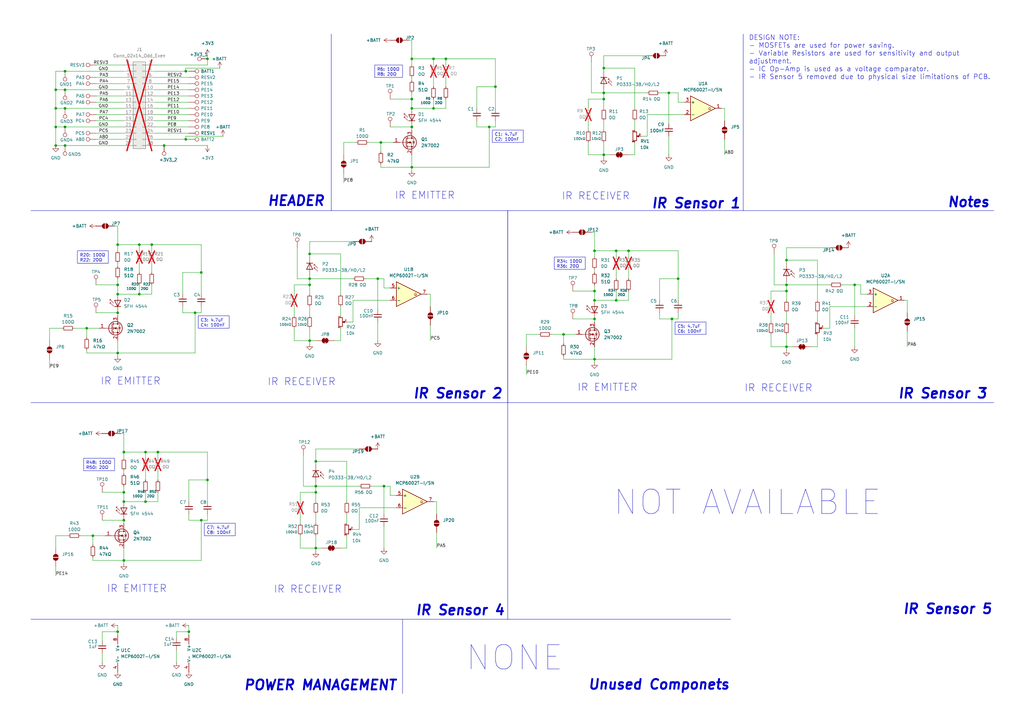
<source format=kicad_sch>
(kicad_sch (version 20231120) (generator "eeschema") (generator_version "8.0")
  (paper "A3")
  (title_block (title "Micromouse IR Sensor [Amathuba Submission]") (date "2024-04-21") (rev "v6.1") (company "University of Cape Town") (comment 1 "Date Modified: 21 April 2024") (comment 2 "For EEE3088F, 2024") (comment 3 "By Anh Duy Nguyen, NGYANH002"))
  (junction (at 154.94 114.3))
  (junction (at 247.65 63.5))
  (junction (at 322.58 142.24))
  (junction (at 247.65 40.64))
  (junction (at 50.8 205.74))
  (junction (at 127 116.84))
  (junction (at 50.8 229.87))
  (junction (at 168.91 52.07))
  (junction (at 168.91 24.13))
  (junction (at 322.58 106.68))
  (junction (at 275.59 130.81))
  (junction (at 77.47 259.08))
  (junction (at 127 114.3))
  (junction (at 129.54 189.23))
  (junction (at 247.65 27.94))
  (junction (at 350.52 116.84))
  (junction (at 50.8 213.36))
  (junction (at 76.2 57.15))
  (junction (at 156.21 58.42))
  (junction (at 127 104.14))
  (junction (at 231.14 137.16))
  (junction (at 82.55 111.76))
  (junction (at 26.67 44.45))
  (junction (at 257.81 102.87))
  (junction (at 80.01 128.27))
  (junction (at 82.55 213.36))
  (junction (at 203.2 35.56))
  (junction (at 22.86 59.69))
  (junction (at 57.15 120.65))
  (junction (at 274.32 38.1))
  (junction (at 129.54 199.39))
  (junction (at 50.8 185.42))
  (junction (at 22.86 36.83))
  (junction (at 26.67 29.21))
  (junction (at 48.26 116.84))
  (junction (at 48.26 259.08))
  (junction (at 85.09 196.85))
  (junction (at 22.86 44.45))
  (junction (at 177.8 24.13))
  (junction (at 168.91 40.64))
  (junction (at 67.31 59.69))
  (junction (at 200.66 52.07))
  (junction (at 243.84 102.87))
  (junction (at 243.84 123.19))
  (junction (at 26.67 52.07))
  (junction (at 85.09 24.13))
  (junction (at 38.1 219.71))
  (junction (at 243.84 130.81))
  (junction (at 322.58 119.38))
  (junction (at 168.91 44.45))
  (junction (at 76.2 29.21))
  (junction (at 62.23 100.33))
  (junction (at 157.48 199.39))
  (junction (at 322.58 116.84))
  (junction (at 243.84 119.38))
  (junction (at 50.8 201.93))
  (junction (at 59.69 185.42))
  (junction (at 48.26 120.65))
  (junction (at 22.86 52.07))
  (junction (at 26.67 59.69))
  (junction (at 278.13 114.3))
  (junction (at 127 139.7))
  (junction (at 35.56 134.62))
  (junction (at 57.15 100.33))
  (junction (at 48.26 128.27))
  (junction (at 129.54 224.79))
  (junction (at 252.73 102.87))
  (junction (at 48.26 144.78))
  (junction (at 247.65 38.1))
  (junction (at 182.88 24.13))
  (junction (at 177.8 44.45))
  (junction (at 168.91 68.58))
  (junction (at 48.26 100.33))
  (junction (at 59.69 205.74))
  (junction (at 252.73 123.19))
  (junction (at 64.77 185.42))
  (junction (at 129.54 201.93))
  (junction (at 26.67 36.83))
  (junction (at 243.84 147.32))
  (wire (pts (xy 77.47 52.07) (xy 63.5 52.07)))
  (wire (pts (xy 322.58 142.24) (xy 322.58 143.51)))
  (wire (pts (xy 168.91 63.5) (xy 168.91 68.58)))
  (wire (pts (xy 195.58 35.56) (xy 203.2 35.56)))
  (wire (pts (xy 76.2 57.15) (xy 77.47 57.15)))
  (wire (pts (xy 257.81 102.87) (xy 278.13 102.87)))
  (wire (pts (xy 231.14 137.16) (xy 236.22 137.16)))
  (wire (pts (xy 168.91 16.51) (xy 168.91 24.13)))
  (wire (pts (xy 151.13 58.42) (xy 156.21 58.42)))
  (wire (pts (xy 127 139.7) (xy 129.54 139.7)))
  (wire (pts (xy 147.32 217.17) (xy 147.32 208.28)))
  (wire (pts (xy 22.86 36.83) (xy 26.67 36.83)))
  (wire (pts (xy 82.55 111.76) (xy 82.55 120.65)))
  (wire (pts (xy 74.93 111.76) (xy 82.55 111.76)))
  (wire (pts (xy 195.58 35.56) (xy 195.58 44.45)))
  (wire (pts (xy 74.93 125.73) (xy 74.93 128.27)))
  (wire (pts (xy 127 114.3) (xy 127 116.84)))
  (wire (pts (xy 129.54 184.15) (xy 129.54 189.23)))
  (wire (pts (xy 139.7 224.79) (xy 142.24 224.79)))
  (wire (pts (xy 243.84 147.32) (xy 275.59 147.32)))
  (wire (pts (xy 57.15 107.95) (xy 57.15 111.76)))
  (wire (pts (xy 59.69 205.74) (xy 64.77 205.74)))
  (wire (pts (xy 200.66 68.58) (xy 200.66 52.07)))
  (wire (pts (xy 48.26 260.35) (xy 48.26 259.08)))
  (wire (pts (xy 168.91 68.58) (xy 168.91 69.85)))
  (wire (pts (xy 129.54 199.39) (xy 147.32 199.39)))
  (wire (pts (xy 127 116.84) (xy 127 120.65)))
  (wire (pts (xy 35.56 143.51) (xy 35.56 144.78)))
  (wire (pts (xy 139.7 125.73) (xy 139.7 129.54)))
  (wire (pts (xy 337.82 134.62) (xy 340.36 134.62)))
  (wire (pts (xy 215.9 137.16) (xy 220.98 137.16)))
  (wire (pts (xy 77.47 196.85) (xy 85.09 196.85)))
  (wire (pts (xy 252.73 119.38) (xy 252.73 123.19)))
  (wire (pts (xy 182.88 31.75) (xy 182.88 35.56)))
  (wire (pts (xy 372.11 135.89) (xy 372.11 142.24)))
  (wire (pts (xy 182.88 44.45) (xy 182.88 40.64)))
  (wire (pts (xy 278.13 130.81) (xy 278.13 128.27)))
  (wire (pts (xy 59.69 201.93) (xy 59.69 205.74)))
  (wire (pts (xy 48.26 114.3) (xy 48.26 116.84)))
  (wire (pts (xy 156.21 68.58) (xy 168.91 68.58)))
  (wire (pts (xy 275.59 147.32) (xy 275.59 130.81)))
  (wire (pts (xy 127 99.06) (xy 127 104.14)))
  (polyline (pts (xy 304.8 86.36) (xy 407.67 86.36)))
  (wire (pts (xy 278.13 130.81) (xy 275.59 130.81)))
  (wire (pts (xy 26.67 59.69) (xy 50.8 59.69)))
  (wire (pts (xy 167.64 16.51) (xy 168.91 16.51)))
  (wire (pts (xy 26.67 36.83) (xy 50.8 36.83)))
  (wire (pts (xy 50.8 229.87) (xy 82.55 229.87)))
  (wire (pts (xy 335.28 106.68) (xy 335.28 123.19)))
  (wire (pts (xy 322.58 116.84) (xy 322.58 119.38)))
  (wire (pts (xy 59.69 185.42) (xy 59.69 187.96)))
  (wire (pts (xy 82.55 128.27) (xy 80.01 128.27)))
  (wire (pts (xy 322.58 116.84) (xy 340.36 116.84)))
  (wire (pts (xy 175.26 120.65) (xy 176.53 120.65)))
  (wire (pts (xy 316.23 142.24) (xy 322.58 142.24)))
  (wire (pts (xy 242.57 95.25) (xy 243.84 95.25)))
  (wire (pts (xy 72.39 259.08) (xy 77.47 259.08)))
  (wire (pts (xy 22.86 219.71) (xy 22.86 224.79)))
  (wire (pts (xy 22.86 59.69) (xy 26.67 59.69)))
  (wire (pts (xy 257.81 63.5) (xy 260.35 63.5)))
  (polyline (pts (xy 12.7 86.36) (xy 135.89 86.36)))
  (wire (pts (xy 260.35 58.42) (xy 260.35 63.5)))
  (wire (pts (xy 242.57 38.1) (xy 247.65 38.1)))
  (wire (pts (xy 41.91 201.93) (xy 50.8 201.93)))
  (wire (pts (xy 252.73 102.87) (xy 252.73 105.41)))
  (wire (pts (xy 39.37 41.91) (xy 50.8 41.91)))
  (polyline (pts (xy 165.1 254) (xy 165.1 284.48)))
  (wire (pts (xy 129.54 210.82) (xy 129.54 214.63)))
  (wire (pts (xy 270.51 130.81) (xy 275.59 130.81)))
  (wire (pts (xy 39.37 57.15) (xy 50.8 57.15)))
  (wire (pts (xy 322.58 119.38) (xy 322.58 123.19)))
  (wire (pts (xy 62.23 100.33) (xy 62.23 102.87)))
  (wire (pts (xy 322.58 106.68) (xy 335.28 106.68)))
  (wire (pts (xy 57.15 100.33) (xy 57.15 102.87)))
  (wire (pts (xy 176.53 120.65) (xy 176.53 125.73)))
  (wire (pts (xy 182.88 24.13) (xy 203.2 24.13)))
  (wire (pts (xy 252.73 123.19) (xy 257.81 123.19)))
  (wire (pts (xy 127 134.62) (xy 127 139.7)))
  (wire (pts (xy 139.7 104.14) (xy 139.7 120.65)))
  (wire (pts (xy 316.23 137.16) (xy 316.23 142.24)))
  (wire (pts (xy 48.26 128.27) (xy 48.26 129.54)))
  (wire (pts (xy 123.19 210.82) (xy 123.19 214.63)))
  (wire (pts (xy 195.58 52.07) (xy 200.66 52.07)))
  (wire (pts (xy 120.65 116.84) (xy 120.65 120.65)))
  (wire (pts (xy 234.95 130.81) (xy 243.84 130.81)))
  (wire (pts (xy 48.26 144.78) (xy 80.01 144.78)))
  (wire (pts (xy 177.8 24.13) (xy 177.8 26.67)))
  (wire (pts (xy 247.65 40.64) (xy 247.65 44.45)))
  (wire (pts (xy 297.18 57.15) (xy 297.18 63.5)))
  (polyline (pts (xy 135.89 13.97) (xy 135.89 86.36)))
  (wire (pts (xy 322.58 142.24) (xy 325.12 142.24)))
  (wire (pts (xy 72.39 261.62) (xy 72.39 259.08)))
  (wire (pts (xy 241.3 40.64) (xy 241.3 44.45)))
  (wire (pts (xy 39.37 54.61) (xy 50.8 54.61)))
  (wire (pts (xy 64.77 193.04) (xy 64.77 196.85)))
  (wire (pts (xy 48.26 144.78) (xy 48.26 146.05)))
  (wire (pts (xy 257.81 123.19) (xy 257.81 119.38)))
  (wire (pts (xy 77.47 196.85) (xy 77.47 205.74)))
  (wire (pts (xy 241.3 49.53) (xy 241.3 53.34)))
  (wire (pts (xy 50.8 199.39) (xy 50.8 201.93)))
  (polyline (pts (xy 208.28 165.1) (xy 208.28 254)))
  (wire (pts (xy 247.65 58.42) (xy 247.65 63.5)))
  (wire (pts (xy 243.84 116.84) (xy 243.84 119.38)))
  (wire (pts (xy 247.65 63.5) (xy 250.19 63.5)))
  (wire (pts (xy 48.26 92.71) (xy 48.26 100.33)))
  (wire (pts (xy 345.44 116.84) (xy 350.52 116.84)))
  (wire (pts (xy 242.57 25.4) (xy 242.57 38.1)))
  (wire (pts (xy 48.26 256.54) (xy 48.26 259.08)))
  (wire (pts (xy 350.52 116.84) (xy 353.06 116.84)))
  (wire (pts (xy 120.65 125.73) (xy 120.65 129.54)))
  (wire (pts (xy 77.47 213.36) (xy 82.55 213.36)))
  (wire (pts (xy 77.47 44.45) (xy 63.5 44.45)))
  (wire (pts (xy 295.91 44.45) (xy 297.18 44.45)))
  (wire (pts (xy 182.88 24.13) (xy 182.88 26.67)))
  (wire (pts (xy 168.91 24.13) (xy 168.91 26.67)))
  (wire (pts (xy 50.8 205.74) (xy 50.8 201.93)))
  (wire (pts (xy 120.65 139.7) (xy 127 139.7)))
  (wire (pts (xy 38.1 228.6) (xy 38.1 229.87)))
  (wire (pts (xy 176.53 133.35) (xy 176.53 139.7)))
  (wire (pts (xy 82.55 128.27) (xy 82.55 125.73)))
  (wire (pts (xy 340.36 125.73) (xy 355.6 125.73)))
  (wire (pts (xy 144.78 132.08) (xy 144.78 123.19)))
  (wire (pts (xy 316.23 119.38) (xy 322.58 119.38)))
  (wire (pts (xy 50.8 185.42) (xy 50.8 187.96)))
  (wire (pts (xy 322.58 107.95) (xy 322.58 106.68)))
  (wire (pts (xy 129.54 224.79) (xy 132.08 224.79)))
  (wire (pts (xy 154.94 114.3) (xy 157.48 114.3)))
  (wire (pts (xy 215.9 149.86) (xy 215.9 153.67)))
  (polyline (pts (xy 406.4 165.1) (xy 407.67 165.1)))
  (wire (pts (xy 316.23 119.38) (xy 316.23 123.19)))
  (wire (pts (xy 350.52 116.84) (xy 350.52 129.54)))
  (wire (pts (xy 157.48 114.3) (xy 157.48 118.11)))
  (wire (pts (xy 168.91 38.1) (xy 168.91 40.64)))
  (wire (pts (xy 243.84 147.32) (xy 243.84 148.59)))
  (wire (pts (xy 177.8 31.75) (xy 177.8 35.56)))
  (wire (pts (xy 142.24 210.82) (xy 142.24 214.63)))
  (wire (pts (xy 274.32 38.1) (xy 274.32 50.8)))
  (wire (pts (xy 203.2 24.13) (xy 203.2 35.56)))
  (wire (pts (xy 41.91 213.36) (xy 50.8 213.36)))
  (wire (pts (xy 35.56 144.78) (xy 48.26 144.78)))
  (wire (pts (xy 64.77 205.74) (xy 64.77 201.93)))
  (wire (pts (xy 39.37 31.75) (xy 50.8 31.75)))
  (wire (pts (xy 154.94 114.3) (xy 154.94 127)))
  (polyline (pts (xy 304.8 13.97) (xy 304.8 86.36)))
  (wire (pts (xy 322.58 137.16) (xy 322.58 142.24)))
  (wire (pts (xy 297.18 44.45) (xy 297.18 49.53)))
  (wire (pts (xy 26.67 44.45) (xy 50.8 44.45)))
  (wire (pts (xy 39.37 49.53) (xy 50.8 49.53)))
  (wire (pts (xy 20.32 147.32) (xy 20.32 151.13)))
  (wire (pts (xy 72.39 271.78) (xy 72.39 266.7)))
  (wire (pts (xy 50.8 213.36) (xy 50.8 214.63)))
  (wire (pts (xy 129.54 219.71) (xy 129.54 224.79)))
  (wire (pts (xy 144.78 123.19) (xy 160.02 123.19)))
  (wire (pts (xy 48.26 107.95) (xy 48.26 109.22)))
  (wire (pts (xy 39.37 116.84) (xy 48.26 116.84)))
  (wire (pts (xy 335.28 137.16) (xy 335.28 142.24)))
  (wire (pts (xy 243.84 123.19) (xy 252.73 123.19)))
  (wire (pts (xy 243.84 102.87) (xy 252.73 102.87)))
  (wire (pts (xy 57.15 116.84) (xy 57.15 120.65)))
  (wire (pts (xy 85.09 185.42) (xy 85.09 196.85)))
  (wire (pts (xy 247.65 36.83) (xy 247.65 38.1)))
  (wire (pts (xy 370.84 123.19) (xy 372.11 123.19)))
  (wire (pts (xy 160.02 40.64) (xy 168.91 40.64)))
  (wire (pts (xy 39.37 128.27) (xy 48.26 128.27)))
  (wire (pts (xy 48.26 120.65) (xy 48.26 116.84)))
  (wire (pts (xy 168.91 31.75) (xy 168.91 33.02)))
  (wire (pts (xy 62.23 100.33) (xy 82.55 100.33)))
  (wire (pts (xy 157.48 215.9) (xy 157.48 224.79)))
  (wire (pts (xy 247.65 63.5) (xy 247.65 64.77)))
  (wire (pts (xy 39.37 46.99) (xy 50.8 46.99)))
  (wire (pts (xy 252.73 110.49) (xy 252.73 114.3)))
  (wire (pts (xy 50.8 185.42) (xy 59.69 185.42)))
  (wire (pts (xy 85.09 22.86) (xy 85.09 24.13)))
  (wire (pts (xy 50.8 177.8) (xy 50.8 185.42)))
  (wire (pts (xy 247.65 27.94) (xy 260.35 27.94)))
  (wire (pts (xy 80.01 144.78) (xy 80.01 128.27)))
  (wire (pts (xy 62.23 120.65) (xy 62.23 116.84)))
  (wire (pts (xy 247.65 38.1) (xy 265.43 38.1)))
  (wire (pts (xy 265.43 55.88) (xy 265.43 46.99)))
  (wire (pts (xy 278.13 114.3) (xy 278.13 123.19)))
  (wire (pts (xy 129.54 190.5) (xy 129.54 189.23)))
  (wire (pts (xy 274.32 38.1) (xy 278.13 38.1)))
  (wire (pts (xy 85.09 213.36) (xy 85.09 210.82)))
  (wire (pts (xy 82.55 100.33) (xy 82.55 111.76)))
  (wire (pts (xy 127 125.73) (xy 127 129.54)))
  (wire (pts (xy 147.32 208.28) (xy 162.56 208.28)))
  (wire (pts (xy 120.65 116.84) (xy 127 116.84)))
  (wire (pts (xy 142.24 189.23) (xy 142.24 205.74)))
  (wire (pts (xy 20.32 134.62) (xy 20.32 139.7)))
  (wire (pts (xy 350.52 134.62) (xy 350.52 142.24)))
  (wire (pts (xy 129.54 198.12) (xy 129.54 199.39)))
  (wire (pts (xy 91.44 55.88) (xy 76.2 55.88)))
  (wire (pts (xy 137.16 139.7) (xy 139.7 139.7)))
  (wire (pts (xy 156.21 58.42) (xy 156.21 62.23)))
  (wire (pts (xy 154.94 132.08) (xy 154.94 139.7)))
  (wire (pts (xy 177.8 24.13) (xy 182.88 24.13)))
  (wire (pts (xy 22.86 52.07) (xy 22.86 59.69)))
  (wire (pts (xy 278.13 102.87) (xy 278.13 114.3)))
  (wire (pts (xy 63.5 26.67) (xy 85.09 26.67)))
  (wire (pts (xy 317.5 116.84) (xy 322.58 116.84)))
  (wire (pts (xy 168.91 52.07) (xy 168.91 53.34)))
  (wire (pts (xy 160.02 52.07) (xy 168.91 52.07)))
  (wire (pts (xy 48.26 100.33) (xy 57.15 100.33)))
  (polyline (pts (xy 12.7 165.1) (xy 208.28 165.1)))
  (wire (pts (xy 177.8 205.74) (xy 179.07 205.74)))
  (wire (pts (xy 129.54 189.23) (xy 142.24 189.23)))
  (wire (pts (xy 322.58 128.27) (xy 322.58 132.08)))
  (wire (pts (xy 177.8 40.64) (xy 177.8 44.45)))
  (wire (pts (xy 278.13 41.91) (xy 280.67 41.91)))
  (wire (pts (xy 231.14 147.32) (xy 243.84 147.32)))
  (wire (pts (xy 41.91 259.08) (xy 48.26 259.08)))
  (wire (pts (xy 270.51 114.3) (xy 278.13 114.3)))
  (wire (pts (xy 77.47 259.08) (xy 77.47 260.35)))
  (wire (pts (xy 38.1 229.87) (xy 50.8 229.87)))
  (wire (pts (xy 160.02 203.2) (xy 162.56 203.2)))
  (wire (pts (xy 50.8 205.74) (xy 59.69 205.74)))
  (wire (pts (xy 123.19 224.79) (xy 129.54 224.79)))
  (wire (pts (xy 270.51 114.3) (xy 270.51 123.19)))
  (wire (pts (xy 195.58 49.53) (xy 195.58 52.07)))
  (wire (pts (xy 203.2 52.07) (xy 203.2 49.53)))
  (wire (pts (xy 82.55 229.87) (xy 82.55 213.36)))
  (wire (pts (xy 85.09 24.13) (xy 85.09 26.67)))
  (wire (pts (xy 38.1 219.71) (xy 43.18 219.71)))
  (wire (pts (xy 77.47 41.91) (xy 63.5 41.91)))
  (wire (pts (xy 76.2 27.94) (xy 90.17 27.94)))
  (wire (pts (xy 203.2 52.07) (xy 200.66 52.07)))
  (wire (pts (xy 252.73 102.87) (xy 257.81 102.87)))
  (wire (pts (xy 127 114.3) (xy 144.78 114.3)))
  (wire (pts (xy 121.92 114.3) (xy 127 114.3)))
  (wire (pts (xy 234.95 119.38) (xy 243.84 119.38)))
  (wire (pts (xy 57.15 120.65) (xy 62.23 120.65)))
  (wire (pts (xy 179.07 205.74) (xy 179.07 210.82)))
  (polyline (pts (xy 208.28 86.36) (xy 208.28 165.1)))
  (wire (pts (xy 231.14 146.05) (xy 231.14 147.32)))
  (wire (pts (xy 177.8 44.45) (xy 182.88 44.45)))
  (wire (pts (xy 22.86 44.45) (xy 22.86 52.07)))
  (wire (pts (xy 41.91 262.89) (xy 41.91 259.08)))
  (polyline (pts (xy 12.7 254) (xy 299.72 254)))
  (wire (pts (xy 33.02 219.71) (xy 38.1 219.71)))
  (wire (pts (xy 157.48 199.39) (xy 157.48 210.82)))
  (wire (pts (xy 168.91 44.45) (xy 168.91 40.64)))
  (wire (pts (xy 124.46 186.69) (xy 124.46 199.39)))
  (wire (pts (xy 322.58 101.6) (xy 322.58 106.68)))
  (wire (pts (xy 74.93 111.76) (xy 74.93 120.65)))
  (wire (pts (xy 129.54 199.39) (xy 129.54 201.93)))
  (wire (pts (xy 243.84 123.19) (xy 243.84 119.38)))
  (wire (pts (xy 77.47 36.83) (xy 63.5 36.83)))
  (wire (pts (xy 59.69 185.42) (xy 64.77 185.42)))
  (wire (pts (xy 260.35 27.94) (xy 260.35 44.45)))
  (polyline (pts (xy 208.28 165.1) (xy 406.4 165.1)))
  (wire (pts (xy 241.3 58.42) (xy 241.3 63.5)))
  (wire (pts (xy 322.58 115.57) (xy 322.58 116.84)))
  (wire (pts (xy 247.65 29.21) (xy 247.65 27.94)))
  (wire (pts (xy 353.06 116.84) (xy 353.06 120.65)))
  (wire (pts (xy 160.02 199.39) (xy 160.02 203.2)))
  (wire (pts (xy 270.51 38.1) (xy 274.32 38.1)))
  (wire (pts (xy 20.32 134.62) (xy 25.4 134.62)))
  (wire (pts (xy 262.89 55.88) (xy 265.43 55.88)))
  (wire (pts (xy 50.8 224.79) (xy 50.8 229.87)))
  (polyline (pts (xy 208.28 165.1) (xy 208.28 86.36)))
  (wire (pts (xy 49.53 177.8) (xy 50.8 177.8)))
  (wire (pts (xy 340.36 134.62) (xy 340.36 125.73)))
  (wire (pts (xy 39.37 26.67) (xy 50.8 26.67)))
  (wire (pts (xy 247.65 49.53) (xy 247.65 53.34)))
  (wire (pts (xy 257.81 102.87) (xy 257.81 105.41)))
  (wire (pts (xy 247.65 22.86) (xy 247.65 27.94)))
  (wire (pts (xy 22.86 36.83) (xy 22.86 44.45)))
  (wire (pts (xy 35.56 134.62) (xy 35.56 138.43)))
  (wire (pts (xy 140.97 71.12) (xy 140.97 74.93)))
  (wire (pts (xy 48.26 100.33) (xy 48.26 102.87)))
  (wire (pts (xy 129.54 224.79) (xy 129.54 226.06)))
  (wire (pts (xy 127 104.14) (xy 139.7 104.14)))
  (wire (pts (xy 26.67 52.07) (xy 50.8 52.07)))
  (wire (pts (xy 140.97 58.42) (xy 140.97 63.5)))
  (wire (pts (xy 123.19 219.71) (xy 123.19 224.79)))
  (wire (pts (xy 243.84 142.24) (xy 243.84 147.32)))
  (wire (pts (xy 215.9 137.16) (xy 215.9 142.24)))
  (wire (pts (xy 22.86 29.21) (xy 22.86 36.83)))
  (wire (pts (xy 120.65 134.62) (xy 120.65 139.7)))
  (wire (pts (xy 38.1 219.71) (xy 38.1 223.52)))
  (wire (pts (xy 22.86 232.41) (xy 22.86 236.22)))
  (wire (pts (xy 121.92 101.6) (xy 121.92 114.3)))
  (wire (pts (xy 353.06 120.65) (xy 355.6 120.65)))
  (wire (pts (xy 57.15 100.33) (xy 62.23 100.33)))
  (wire (pts (xy 140.97 58.42) (xy 146.05 58.42)))
  (wire (pts (xy 127 113.03) (xy 127 114.3)))
  (wire (pts (xy 127 99.06) (xy 144.78 99.06)))
  (wire (pts (xy 123.19 201.93) (xy 123.19 205.74)))
  (wire (pts (xy 179.07 218.44) (xy 179.07 224.79)))
  (wire (pts (xy 278.13 38.1) (xy 278.13 41.91)))
  (wire (pts (xy 30.48 134.62) (xy 35.56 134.62)))
  (wire (pts (xy 157.48 118.11) (xy 160.02 118.11)))
  (wire (pts (xy 76.2 29.21) (xy 77.47 29.21)))
  (wire (pts (xy 270.51 128.27) (xy 270.51 130.81)))
  (wire (pts (xy 64.77 185.42) (xy 64.77 187.96)))
  (wire (pts (xy 127 139.7) (xy 127 140.97)))
  (wire (pts (xy 129.54 184.15) (xy 147.32 184.15)))
  (wire (pts (xy 35.56 134.62) (xy 40.64 134.62)))
  (wire (pts (xy 260.35 49.53) (xy 260.35 53.34)))
  (wire (pts (xy 156.21 58.42) (xy 161.29 58.42)))
  (wire (pts (xy 123.19 201.93) (xy 129.54 201.93)))
  (wire (pts (xy 41.91 271.78) (xy 41.91 267.97)))
  (wire (pts (xy 63.5 29.21) (xy 76.2 29.21)))
  (wire (pts (xy 149.86 114.3) (xy 154.94 114.3)))
  (wire (pts (xy 22.86 29.21) (xy 26.67 29.21)))
  (wire (pts (xy 265.43 46.99) (xy 280.67 46.99)))
  (wire (pts (xy 77.47 39.37) (xy 63.5 39.37)))
  (wire (pts (xy 77.47 34.29) (xy 63.5 34.29)))
  (wire (pts (xy 316.23 128.27) (xy 316.23 132.08)))
  (wire (pts (xy 322.58 101.6) (xy 340.36 101.6)))
  (wire (pts (xy 63.5 59.69) (xy 67.31 59.69)))
  (wire (pts (xy 77.47 256.54) (xy 77.47 259.08)))
  (wire (pts (xy 142.24 132.08) (xy 144.78 132.08)))
  (wire (pts (xy 332.74 142.24) (xy 335.28 142.24)))
  (wire (pts (xy 231.14 137.16) (xy 231.14 140.97)))
  (wire (pts (xy 168.91 44.45) (xy 177.8 44.45)))
  (wire (pts (xy 59.69 193.04) (xy 59.69 196.85)))
  (wire (pts (xy 63.5 57.15) (xy 76.2 57.15)))
  (wire (pts (xy 168.91 24.13) (xy 177.8 24.13)))
  (wire (pts (xy 22.86 219.71) (xy 27.94 219.71)))
  (wire (pts (xy 22.86 52.07) (xy 26.67 52.07)))
  (wire (pts (xy 257.81 110.49) (xy 257.81 114.3)))
  (wire (pts (xy 243.84 102.87) (xy 243.84 105.41)))
  (wire (pts (xy 63.5 46.99) (xy 77.47 46.99)))
  (wire (pts (xy 76.2 55.88) (xy 76.2 57.15)))
  (wire (pts (xy 127 105.41) (xy 127 104.14)))
  (wire (pts (xy 129.54 201.93) (xy 129.54 205.74)))
  (wire (pts (xy 39.37 34.29) (xy 50.8 34.29)))
  (wire (pts (xy 48.26 120.65) (xy 57.15 120.65)))
  (wire (pts (xy 247.65 38.1) (xy 247.65 40.64)))
  (wire (pts (xy 63.5 31.75) (xy 77.47 31.75)))
  (wire (pts (xy 241.3 40.64) (xy 247.65 40.64)))
  (wire (pts (xy 77.47 49.53) (xy 63.5 49.53)))
  (wire (pts (xy 226.06 137.16) (xy 231.14 137.16)))
  (wire (pts (xy 48.26 139.7) (xy 48.26 144.78)))
  (wire (pts (xy 144.78 217.17) (xy 147.32 217.17)))
  (wire (pts (xy 124.46 199.39) (xy 129.54 199.39)))
  (wire (pts (xy 139.7 134.62) (xy 139.7 139.7)))
  (wire (pts (xy 67.31 59.69) (xy 85.09 59.69)))
  (wire (pts (xy 26.67 29.21) (xy 50.8 29.21)))
  (wire (pts (xy 152.4 199.39) (xy 157.48 199.39)))
  (wire (pts (xy 50.8 193.04) (xy 50.8 194.31)))
  (wire (pts (xy 50.8 229.87) (xy 50.8 231.14)))
  (wire (pts (xy 22.86 44.45) (xy 26.67 44.45)))
  (wire (pts (xy 335.28 128.27) (xy 335.28 132.08)))
  (wire (pts (xy 203.2 35.56) (xy 203.2 44.45)))
  (wire (pts (xy 274.32 55.88) (xy 274.32 63.5)))
  (wire (pts (xy 74.93 128.27) (xy 80.01 128.27)))
  (wire (pts (xy 39.37 39.37) (xy 50.8 39.37)))
  (wire (pts (xy 243.84 130.81) (xy 243.84 132.08)))
  (wire (pts (xy 85.09 213.36) (xy 82.55 213.36)))
  (wire (pts (xy 168.91 68.58) (xy 200.66 68.58)))
  (wire (pts (xy 77.47 210.82) (xy 77.47 213.36)))
  (wire (pts (xy 76.2 27.94) (xy 76.2 29.21)))
  (wire (pts (xy 241.3 63.5) (xy 247.65 63.5)))
  (wire (pts (xy 85.09 196.85) (xy 85.09 205.74)))
  (wire (pts (xy 64.77 185.42) (xy 85.09 185.42)))
  (wire (pts (xy 46.99 92.71) (xy 48.26 92.71)))
  (wire (pts (xy 372.11 123.19) (xy 372.11 128.27)))
  (wire (pts (xy 156.21 67.31) (xy 156.21 68.58)))
  (wire (pts (xy 247.65 22.86) (xy 265.43 22.86)))
  (wire (pts (xy 62.23 107.95) (xy 62.23 111.76)))
  (polyline (pts (xy 135.89 86.36) (xy 304.8 86.36)))
  (wire (pts (xy 243.84 95.25) (xy 243.84 102.87)))
  (wire (pts (xy 317.5 104.14) (xy 317.5 116.84)))
  (wire (pts (xy 243.84 110.49) (xy 243.84 111.76)))
  (wire (pts (xy 77.47 54.61) (xy 63.5 54.61)))
  (wire (pts (xy 142.24 219.71) (xy 142.24 224.79)))
  (wire (pts (xy 157.48 199.39) (xy 160.02 199.39)))
  (text_box "R6: 100Ω\nR8: 20Ω\n" (at 153.67 26.67 0) (size 11.43 5.08) (effects (font (size 1.27 1.27)) (justify left top)))
  (text_box "C5: 4.7uF\nC6: 100nF" (at 276.86 132.08 0) (size 12.7 5.08) (effects (font (size 1.27 1.27)) (justify left top)))
  (text_box "R48: 100Ω\nR50: 20Ω\n" (at 34.29 187.96 0) (size 12.7 5.08) (effects (font (size 1.27 1.27)) (justify left top)))
  (text_box "C3: 4.7uF\nC4: 100nF" (at 81.28 129.54 0) (size 12.7 5.08) (effects (font (size 1.27 1.27)) (justify left top)))
  (text_box "R20: 100Ω\nR22: 20Ω\n" (at 31.75 102.87 0) (size 12.7 5.08) (effects (font (size 1.27 1.27)) (justify left top)))
  (text_box "R34: 100Ω\nR36: 20Ω\n" (at 227.33 105.41 0) (size 12.7 5.08) (effects (font (size 1.27 1.27)) (justify left top)))
  (text_box "C7: 4.7uF\nC8: 100nF" (at 83.82 214.63 0) (size 12.7 5.08) (effects (font (size 1.27 1.27)) (justify left top)))
  (text_box "C1: 4.7uF\nC2: 100nF" (at 201.93 53.34 0) (size 12.7 5.08) (effects (font (size 1.27 1.27)) (justify left top)))
  (text "Notes" (at 397.256 83.058 0) (effects (font (size 4 4) (thickness 0.8) (bold yes) (italic yes))))
  (text "NOT AVAILABLE" (at 306.578 206.248 0) (effects (font (size 10 10))))
  (text "DESIGN NOTE: \n- MOSFETs are used for power saving.\n- Variable Resistors are used for sensitivity and output \nadjustment.\n- IC Op-Amp is used as a voltage comparator.\n- IR Sensor 5 removed due to physical size limitations of PCB." (at 307.086 23.622 0) (effects (font (size 2 2)) (justify left)))
  (text "HEADER" (at 121.412 82.55 0) (effects (font (size 4 4) (thickness 0.8) (bold yes) (italic yes))))
  (text "POWER MANAGEMENT" (at 131.318 281.178 0) (effects (font (size 4 4) (thickness 0.8) (bold yes) (italic yes))))
  (text "IR Sensor 1" (at 285.496 83.566 0) (effects (font (size 4 4) (thickness 0.8) (bold yes) (italic yes))))
  (text "IR Sensor 2" (at 187.706 161.544 0) (effects (font (size 4 4) (thickness 0.8) (bold yes) (italic yes))))
  (text "IR RECEIVER" (at 319.278 159.258 0) (effects (font (size 3 3))))
  (text "IR RECEIVER" (at 123.698 156.718 0) (effects (font (size 3 3))))
  (text "IR EMITTER" (at 249.174 159.004 0) (effects (font (size 3 3))))
  (text "Unused Componets" (at 270.256 280.924 0) (effects (font (size 4 4) (thickness 0.8) (bold yes) (italic yes))))
  (text "IR RECEIVER" (at 126.238 241.808 0) (effects (font (size 3 3))))
  (text "IR EMITTER" (at 56.134 241.554 0) (effects (font (size 3 3))))
  (text "IR Sensor 3" (at 386.588 161.544 0) (effects (font (size 4 4) (thickness 0.8) (bold yes) (italic yes))))
  (text "IR Sensor 4" (at 188.722 250.444 0) (effects (font (size 4 4) (thickness 0.8) (bold yes) (italic yes))))
  (text "NONE\n" (at 211.074 270.002 0) (effects (font (size 10 10))))
  (text "IR Sensor 5" (at 388.62 249.936 0) (effects (font (size 4 4) (thickness 0.8) (bold yes) (italic yes))))
  (text "IR EMITTER" (at 174.244 80.264 0) (effects (font (size 3 3))))
  (text "IR RECEIVER" (at 244.348 80.518 0) (effects (font (size 3 3))))
  (text "IR EMITTER" (at 53.594 156.464 0) (effects (font (size 3 3))))
  (label "PA3" (at 44.45 31.75 180))
  (label "PA6" (at 44.45 41.91 180))
  (label "PE8" (at 140.97 74.93 0))
  (label "PE10" (at 68.58 46.99 0))
  (label "PE13" (at 68.58 39.37 0))
  (label "PE12" (at 68.58 41.91 0))
  (label "AB0" (at 297.18 63.5 0))
  (label "PA5" (at 179.07 224.79 0))
  (label "PC4" (at 44.45 49.53 180))
  (label "PE14" (at 68.58 36.83 0))
  (label "RESV3" (at 44.45 26.67 180))
  (label "PE14" (at 22.86 236.22 0))
  (label "RESV2" (at 68.58 31.75 0))
  (label "PE15" (at 68.58 34.29 0))
  (label "PE8" (at 68.58 52.07 0))
  (label "AB0" (at 44.45 57.15 180))
  (label "RESV1" (at 68.58 54.61 0))
  (label "GND" (at 44.45 36.83 180))
  (label "PA4" (at 44.45 34.29 180))
  (label "GND" (at 44.45 59.69 180))
  (label "PE9" (at 68.58 49.53 0))
  (label "PE10" (at 215.9 153.67 0))
  (label "GND" (at 44.45 29.21 180))
  (label "GND" (at 44.45 44.45 180))
  (label "PC5" (at 176.53 139.7 0))
  (label "GND" (at 44.45 52.07 180))
  (label "PA6" (at 372.11 142.24 0))
  (label "PA7" (at 44.45 46.99 180))
  (label "PE9" (at 20.32 151.13 0))
  (label "PE11" (at 68.58 44.45 0))
  (label "PA5" (at 44.45 39.37 180))
  (label "PC5" (at 44.45 54.61 180))
  (symbol (lib_id "Transistor_FET:2N7002") (at 241.3 137.16 0) (unit 1)
    (property "Reference" "Q3" (at 247.65 135.8899 0) (effects (justify left)))
    (property "Value" "2N7002" (at 247.65 138.4299 0) (effects (justify left)))
    (property "Footprint" "Package_TO_SOT_SMD:SOT-23" (effects (hide yes)))
    (property "Datasheet" "https://www.onsemi.com/pub/Collateral/NDS7002A-D.PDF" (effects (hide yes)))
    (property "Description" "0.115A Id, 60V Vds, N-Channel MOSFET, SOT-23" (effects (hide yes)))
  )
  (symbol (lib_id "Connector:TestPoint") (at 39.37 49.53 90) (unit 1)
    (property "Reference" "PC4" (at 34.798 49.53 90) (effects (justify left)))
    (property "Value" "TestPoint" (effects (hide yes)))
    (property "Footprint" "TestPoint:TestPoint_Pad_D1.0mm" (effects (hide yes)))
    (property "Description" "test point" (effects (hide yes)))
  )
  (symbol (lib_id "Device:C_Small") (at 195.58 46.99 0) (unit 1)
    (property "Reference" "C1" (at 191.77 44.704 0) (effects (justify left)))
    (property "Value" "4.7µF" (effects (hide yes)))
    (property "Footprint" "Capacitor_SMD:C_0603_1608Metric" (effects (hide yes)))
    (property "Description" "Unpolarized capacitor, small symbol" (effects (hide yes)))
  )
  (symbol (lib_id "Device:R_Small") (at 342.9 116.84 90) (unit 1)
    (property "Reference" "R42" (at 340.36 119.38 90))
    (property "Value" "0Ω" (at 344.424 119.38 90))
    (property "Footprint" "Resistor_SMD:R_0402_1005Metric" (effects (hide yes)))
    (property "Description" "Resistor, small symbol" (effects (hide yes)))
  )
  (symbol (lib_id "Device:R_Small") (at 252.73 116.84 0) (unit 1)
    (property "Reference" "R34" (at 249.428 119.126 0) (effects (font (size 1 1)) (justify left)))
    (property "Value" "100Ω" (at 247.396 120.904 0) (effects (font (size 1 1)) (justify left)))
    (property "Footprint" "Resistor_SMD:R_0603_1608Metric" (effects (hide yes)))
    (property "Description" "Resistor, small symbol" (effects (hide yes)))
  )
  (symbol (lib_id "LED:LD271") (at 48.26 123.19 90) (unit 1)
    (property "Reference" "D2" (at 50.8 123.0629 90) (effects (justify right)))
    (property "Value" "SFH 4544" (at 50.8 125.6029 90) (effects (justify right)))
    (property "Footprint" "LED_THT:LED_D5.0mm_Horizontal_O1.27mm_Z3.0mm_IRGrey" (effects (hide yes)))
    (property "Description" "940nm IR-LED, 5mm" (effects (hide yes)))
  )
  (symbol (lib_id "Connector:TestPoint") (at 77.47 36.83 270) (unit 1)
    (property "Reference" "PE14" (at 82.296 36.83 90) (effects (justify left)))
    (property "Value" "TestPoint" (effects (hide yes)))
    (property "Footprint" "TestPoint:TestPoint_Pad_D1.0mm" (effects (hide yes)))
    (property "Description" "test point" (effects (hide yes)))
  )
  (symbol (lib_id "Device:R_Small") (at 48.26 105.41 0) (unit 1)
    (property "Reference" "R17" (at 50.8 104.1399 0) (effects (justify left)))
    (property "Value" "0Ω" (at 50.8 106.6799 0) (effects (justify left)))
    (property "Footprint" "Resistor_SMD:R_0402_1005Metric" (effects (hide yes)))
    (property "Description" "Resistor, small symbol" (effects (hide yes)))
  )
  (symbol (lib_id "Device:C_Small") (at 72.39 264.16 0) (unit 1)
    (property "Reference" "C14" (at 67.564 262.128 0) (effects (justify left)))
    (property "Value" "1uF" (at 67.056 264.16 0) (effects (justify left)))
    (property "Footprint" "Capacitor_SMD:C_0402_1005Metric" (effects (hide yes)))
    (property "Description" "Unpolarized capacitor, small symbol" (effects (hide yes)))
  )
  (symbol (lib_id "Jumper:SolderJumper_2_Open") (at 22.86 228.6 90) (unit 1) (exclude_from_sim yes) (in_bom no)
    (property "Reference" "JP16" (at 25.4 227.3299 90) (effects (justify right)))
    (property "Value" "SolderJumper_2_Open" (effects (hide yes)))
    (property "Footprint" "Jumper:SolderJumper-2_P1.3mm_Open_TrianglePad1.0x1.5mm" (effects (hide yes)))
    (property "Description" "Solder Jumper, 2-pole, open" (effects (hide yes)))
  )
  (symbol (lib_id "Jumper:SolderJumper_2_Open") (at 344.17 101.6 180) (unit 1) (exclude_from_sim yes) (in_bom no)
    (property "Reference" "JP14" (at 339.852 102.616 0))
    (property "Value" "SolderJumper_2_Open" (effects (hide yes)))
    (property "Footprint" "Jumper:SolderJumper-2_P1.3mm_Open_TrianglePad1.0x1.5mm" (effects (hide yes)))
    (property "Description" "Solder Jumper, 2-pole, open" (effects (hide yes)))
  )
  (symbol (lib_id "Device:R_Small") (at 177.8 29.21 0) (unit 1) (dnp yes)
    (property "Reference" "R5" (at 178.816 27.94 0) (effects (justify left)))
    (property "Value" "0Ω" (at 179.07 30.226 0) (effects (justify left)))
    (property "Footprint" "Resistor_SMD:R_0402_1005Metric" (effects (hide yes)))
    (property "Description" "Resistor, small symbol" (effects (hide yes)))
  )
  (symbol (lib_id "power:+BATT") (at 347.98 101.6 0) (unit 1)
    (property "Reference" "#PWR027" (effects (hide yes)))
    (property "Value" "+BATT" (at 347.98 96.52 0))
    (property "Description" "Power symbol creates a global label with name \"+BATT\"" (effects (hide yes)))
  )
  (symbol (lib_id "Device:R_Small") (at 247.65 46.99 0) (unit 1)
    (property "Reference" "R11" (at 249.682 45.72 0) (effects (justify left)))
    (property "Value" "0Ω" (at 249.682 48.26 0) (effects (justify left)))
    (property "Footprint" "Resistor_SMD:R_0402_1005Metric" (effects (hide yes)))
    (property "Description" "Resistor, small symbol" (effects (hide yes)))
  )
  (symbol (lib_id "Connector:TestPoint") (at 121.92 101.6 0) (unit 1)
    (property "Reference" "TP6" (at 119.888 96.266 0) (effects (justify left)))
    (property "Value" "TestPoint" (effects (hide yes)))
    (property "Footprint" "TestPoint:TestPoint_Pad_D1.0mm" (effects (hide yes)))
    (property "Description" "test point" (effects (hide yes)))
  )
  (symbol (lib_id "Device:R_Small") (at 59.69 199.39 0) (unit 1)
    (property "Reference" "R48" (at 56.388 201.676 0) (effects (font (size 1 1)) (justify left)))
    (property "Value" "100Ω" (at 54.356 203.454 0) (effects (font (size 1 1)) (justify left)))
    (property "Footprint" "Resistor_SMD:R_0603_1608Metric" (effects (hide yes)))
    (property "Description" "Resistor, small symbol" (effects (hide yes)))
  )
  (symbol (lib_id "power:+3V3") (at 85.09 22.86 0) (unit 1)
    (property "Reference" "#PWR04" (effects (hide yes)))
    (property "Value" "+3V3" (at 85.09 17.78 0))
    (property "Description" "Power symbol creates a global label with name \"+3V3\"" (effects (hide yes)))
  )
  (symbol (lib_id "Device:R_Small") (at 147.32 114.3 90) (unit 1)
    (property "Reference" "R28" (at 144.78 116.84 90))
    (property "Value" "0Ω" (at 148.844 116.84 90))
    (property "Footprint" "Resistor_SMD:R_0402_1005Metric" (effects (hide yes)))
    (property "Description" "Resistor, small symbol" (effects (hide yes)))
  )
  (symbol (lib_id "Connector:TestPoint") (at 160.02 40.64 0) (unit 1) (in_bom no)
    (property "Reference" "TP1" (at 160.02 35.306 0))
    (property "Value" "TestPoint" (effects (hide yes)))
    (property "Footprint" "TestPoint:TestPoint_Pad_D1.0mm" (effects (hide yes)))
    (property "Description" "test point" (effects (hide yes)))
  )
  (symbol (lib_id "Device:R_Small") (at 50.8 190.5 0) (unit 1)
    (property "Reference" "R45" (at 53.34 189.2299 0) (effects (justify left)))
    (property "Value" "0Ω" (at 53.34 191.7699 0) (effects (justify left)))
    (property "Footprint" "Resistor_SMD:R_0402_1005Metric" (effects (hide yes)))
    (property "Description" "Resistor, small symbol" (effects (hide yes)))
  )
  (symbol (lib_id "Device:R_Small") (at 223.52 137.16 90) (unit 1)
    (property "Reference" "R29" (at 223.52 132.08 90))
    (property "Value" "100Ω" (at 223.52 134.62 90))
    (property "Footprint" "Resistor_SMD:R_0603_1608Metric" (effects (hide yes)))
    (property "Description" "Resistor, small symbol" (effects (hide yes)))
  )
  (symbol (lib_id "Comparator:LM393") (at 288.29 44.45 0) (unit 1)
    (property "Reference" "U1" (at 288.29 34.29 0))
    (property "Value" "MCP6002T-I/SN" (at 288.29 36.83 0))
    (property "Footprint" "Package_SO:SOIC-8_3.9x4.9mm_P1.27mm" (effects (hide yes)))
    (property "Description" "Low-Power, Low-Offset Voltage, Dual Comparators, DIP-8/SOIC-8/TO-99-8" (effects (hide yes)))
  )
  (symbol (lib_id "Connector:TestPoint") (at 41.91 213.36 0) (unit 1)
    (property "Reference" "TP11" (at 42.164 208.026 0))
    (property "Value" "TestPoint" (effects (hide yes)))
    (property "Footprint" "TestPoint:TestPoint_Pad_D1.0mm" (effects (hide yes)))
    (property "Description" "test point" (effects (hide yes)))
  )
  (symbol (lib_id "Device:R_Small") (at 57.15 114.3 0) (unit 1)
    (property "Reference" "R20" (at 53.848 116.586 0) (effects (font (size 1 1)) (justify left)))
    (property "Value" "100Ω" (at 51.816 118.364 0) (effects (font (size 1 1)) (justify left)))
    (property "Footprint" "Resistor_SMD:R_0603_1608Metric" (effects (hide yes)))
    (property "Description" "Resistor, small symbol" (effects (hide yes)))
  )
  (symbol (lib_id "Device:C_Small") (at 350.52 132.08 0) (unit 1)
    (property "Reference" "C11" (at 344.424 130.048 0) (effects (justify left)))
    (property "Value" "100nF" (at 342.392 132.334 0) (effects (justify left)))
    (property "Footprint" "Capacitor_SMD:C_0402_1005Metric" (effects (hide yes)))
    (property "Description" "Unpolarized capacitor, small symbol" (effects (hide yes)))
  )
  (symbol (lib_id "Device:R_Small") (at 30.48 219.71 90) (unit 1)
    (property "Reference" "R43" (at 30.48 214.63 90))
    (property "Value" "100Ω" (at 30.48 217.17 90))
    (property "Footprint" "Resistor_SMD:R_0603_1608Metric" (effects (hide yes)))
    (property "Description" "Resistor, small symbol" (effects (hide yes)))
  )
  (symbol (lib_id "Device:D_Photo") (at 322.58 113.03 270) (unit 1)
    (property "Reference" "P3" (at 327.66 110.8074 90) (effects (justify left)))
    (property "Value" "PD333-3B/H0/L2" (at 327.66 113.3474 90) (effects (justify left)))
    (property "Footprint" "LED_THT:LED_D5.0mm_Horizontal_O1.27mm_Z3.0mm" (effects (hide yes)))
    (property "Description" "Photodiode" (effects (hide yes)))
  )
  (symbol (lib_id "Jumper:SolderJumper_2_Open") (at 176.53 129.54 90) (unit 1) (exclude_from_sim yes) (in_bom no)
    (property "Reference" "JP10" (at 179.07 128.2699 90) (effects (justify right)))
    (property "Value" "SolderJumper_2_Open" (effects (hide yes)))
    (property "Footprint" "Jumper:SolderJumper-2_P1.3mm_Open_TrianglePad1.0x1.5mm" (effects (hide yes)))
    (property "Description" "Solder Jumper, 2-pole, open" (effects (hide yes)))
  )
  (symbol (lib_id "Device:R_Small") (at 243.84 114.3 0) (unit 1)
    (property "Reference" "R32" (at 246.38 113.0299 0) (effects (justify left)))
    (property "Value" "51Ω" (at 246.38 115.5699 0) (effects (justify left)))
    (property "Footprint" "Resistor_SMD:R_0603_1608Metric" (effects (hide yes)))
    (property "Description" "Resistor, small symbol" (effects (hide yes)))
  )
  (symbol (lib_id "power:+BATT") (at 90.17 27.94 0) (unit 1)
    (property "Reference" "#PWR020" (effects (hide yes)))
    (property "Value" "+BATT" (at 89.916 24.13 0))
    (property "Description" "Power symbol creates a global label with name \"+BATT\"" (effects (hide yes)))
  )
  (symbol (lib_id "Connector:TestPoint") (at 26.67 36.83 180) (unit 1)
    (property "Reference" "GND2" (at 24.638 42.164 0) (effects (justify right)))
    (property "Value" "TestPoint" (effects (hide yes)))
    (property "Footprint" "TestPoint:TestPoint_Pad_D1.0mm" (effects (hide yes)))
    (property "Description" "test point" (effects (hide yes)))
  )
  (symbol (lib_id "Device:R_Potentiometer_Small") (at 139.7 132.08 0) (unit 1)
    (property "Reference" "RV2" (at 145.796 134.112 0) (effects (justify right)))
    (property "Value" "10k" (at 145.542 136.652 0) (effects (justify right)))
    (property "Footprint" "3362P-1-103:TRIM_3362P-1-103" (effects (hide yes)))
    (property "Description" "Potentiometer" (effects (hide yes)))
  )
  (symbol (lib_id "Connector:TestPoint") (at 124.46 186.69 0) (unit 1)
    (property "Reference" "TP12" (at 122.428 181.356 0) (effects (justify left)))
    (property "Value" "TestPoint" (effects (hide yes)))
    (property "Footprint" "TestPoint:TestPoint_Pad_D1.0mm" (effects (hide yes)))
    (property "Description" "test point" (effects (hide yes)))
  )
  (symbol (lib_id "Device:R_Small") (at 48.26 111.76 0) (unit 1)
    (property "Reference" "R18" (at 50.8 110.4899 0) (effects (justify left)))
    (property "Value" "51Ω" (at 50.8 113.0299 0) (effects (justify left)))
    (property "Footprint" "Resistor_SMD:R_0603_1608Metric" (effects (hide yes)))
    (property "Description" "Resistor, small symbol" (effects (hide yes)))
  )
  (symbol (lib_id "Device:R_Small") (at 316.23 125.73 0) (unit 1) (dnp yes)
    (property "Reference" "R37" (at 311.404 124.206 0) (effects (justify left)))
    (property "Value" "0Ω" (at 312.42 126.746 0) (effects (justify left)))
    (property "Footprint" "Resistor_SMD:R_0402_1005Metric" (effects (hide yes)))
    (property "Description" "Resistor, small symbol" (effects (hide yes)))
  )
  (symbol (lib_id "Device:R_Small") (at 120.65 123.19 0) (unit 1) (dnp yes)
    (property "Reference" "R23" (at 115.824 121.666 0) (effects (justify left)))
    (property "Value" "0Ω" (at 116.84 124.206 0) (effects (justify left)))
    (property "Footprint" "Resistor_SMD:R_0402_1005Metric" (effects (hide yes)))
    (property "Description" "Resistor, small symbol" (effects (hide yes)))
  )
  (symbol (lib_id "Device:R_Small") (at 142.24 208.28 0) (unit 1)
    (property "Reference" "R55" (at 144.018 207.01 0) (effects (justify left)))
    (property "Value" "0Ω" (at 144.018 209.55 0) (effects (justify left)))
    (property "Footprint" "Resistor_SMD:R_0402_1005Metric" (effects (hide yes)))
    (property "Description" "Resistor, small symbol" (effects (hide yes)))
  )
  (symbol (lib_id "Jumper:SolderJumper_2_Open") (at 45.72 177.8 0) (unit 1) (exclude_from_sim yes) (in_bom no)
    (property "Reference" "JP17" (at 50.038 176.784 0))
    (property "Value" "SolderJumper_2_Open" (effects (hide yes)))
    (property "Footprint" "Jumper:SolderJumper-2_P1.3mm_Open_TrianglePad1.0x1.5mm" (effects (hide yes)))
    (property "Description" "Solder Jumper, 2-pole, open" (effects (hide yes)))
  )
  (symbol (lib_id "LED:LD271") (at 50.8 208.28 90) (unit 1)
    (property "Reference" "D4" (at 53.34 208.1529 90) (effects (justify right)))
    (property "Value" "SFH 4544" (at 53.34 210.6929 90) (effects (justify right)))
    (property "Footprint" "LED_THT:LED_D5.0mm_Horizontal_O1.27mm_Z3.0mm_IRGrey" (effects (hide yes)))
    (property "Description" "940nm IR-LED, 5mm" (effects (hide yes)))
  )
  (symbol (lib_id "Device:R_Small") (at 120.65 132.08 0) (unit 1)
    (property "Reference" "R24" (at 115.57 130.81 0) (effects (justify left)))
    (property "Value" "100kΩ" (at 114.554 133.096 0) (effects (font (size 1 1)) (justify left)))
    (property "Footprint" "Resistor_SMD:R_0603_1608Metric" (effects (hide yes)))
    (property "Description" "Resistor, small symbol" (effects (hide yes)))
  )
  (symbol (lib_id "Connector:TestPoint") (at 41.91 201.93 0) (unit 1)
    (property "Reference" "TP10" (at 41.91 196.596 0))
    (property "Value" "TestPoint" (effects (hide yes)))
    (property "Footprint" "TestPoint:TestPoint_Pad_D1.0mm" (effects (hide yes)))
    (property "Description" "test point" (effects (hide yes)))
  )
  (symbol (lib_id "Jumper:SolderJumper_2_Open") (at 179.07 214.63 90) (unit 1) (exclude_from_sim yes) (in_bom no)
    (property "Reference" "JP20" (at 181.61 213.3599 90) (effects (justify right)))
    (property "Value" "SolderJumper_2_Open" (effects (hide yes)))
    (property "Footprint" "Jumper:SolderJumper-2_P1.3mm_Open_TrianglePad1.0x1.5mm" (effects (hide yes)))
    (property "Description" "Solder Jumper, 2-pole, open" (effects (hide yes)))
  )
  (symbol (lib_id "Connector:TestPoint") (at 39.37 39.37 90) (unit 1)
    (property "Reference" "PA5" (at 34.798 39.37 90) (effects (justify left)))
    (property "Value" "TestPoint" (effects (hide yes)))
    (property "Footprint" "TestPoint:TestPoint_Pad_D1.0mm" (effects (hide yes)))
    (property "Description" "test point" (effects (hide yes)))
  )
  (symbol (lib_id "Connector:TestPoint") (at 39.37 128.27 0) (unit 1)
    (property "Reference" "TP5" (at 39.624 122.936 0))
    (property "Value" "TestPoint" (effects (hide yes)))
    (property "Footprint" "TestPoint:TestPoint_Pad_D1.0mm" (effects (hide yes)))
    (property "Description" "test point" (effects (hide yes)))
  )
  (symbol (lib_id "Device:R_Small") (at 168.91 35.56 0) (unit 1)
    (property "Reference" "R4" (at 171.45 34.2899 0) (effects (justify left)))
    (property "Value" "51Ω" (at 171.45 36.8299 0) (effects (justify left)))
    (property "Footprint" "Resistor_SMD:R_0603_1608Metric" (effects (hide yes)))
    (property "Description" "Resistor, small symbol" (effects (hide yes)))
  )
  (symbol (lib_id "power:GND") (at 50.8 231.14 0) (unit 1)
    (property "Reference" "#PWR010" (effects (hide yes)))
    (property "Value" "GND" (at 50.8 236.22 0))
    (property "Description" "Power symbol creates a global label with name \"GND\" , ground" (effects (hide yes)))
  )
  (symbol (lib_id "Device:R_Small") (at 168.91 29.21 0) (unit 1)
    (property "Reference" "R3" (at 171.45 27.9399 0) (effects (justify left)))
    (property "Value" "0Ω" (at 171.45 30.4799 0) (effects (justify left)))
    (property "Footprint" "Resistor_SMD:R_0402_1005Metric" (effects (hide yes)))
    (property "Description" "Resistor, small symbol" (effects (hide yes)))
  )
  (symbol (lib_id "Device:R_Small") (at 62.23 105.41 0) (unit 1) (dnp yes)
    (property "Reference" "R21" (at 63.246 104.14 0) (effects (justify left)))
    (property "Value" "0Ω" (at 64.008 106.426 0) (effects (justify left)))
    (property "Footprint" "Resistor_SMD:R_0402_1005Metric" (effects (hide yes)))
    (property "Description" "Resistor, small symbol" (effects (hide yes)))
  )
  (symbol (lib_id "Transistor_FET:2N7002") (at 166.37 58.42 0) (unit 1)
    (property "Reference" "Q1" (at 172.72 57.1499 0) (effects (justify left)))
    (property "Value" "2N7002" (at 172.72 59.6899 0) (effects (justify left)))
    (property "Footprint" "Package_TO_SOT_SMD:SOT-23" (effects (hide yes)))
    (property "Datasheet" "https://www.onsemi.com/pub/Collateral/NDS7002A-D.PDF" (effects (hide yes)))
    (property "Description" "0.115A Id, 60V Vds, N-Channel MOSFET, SOT-23" (effects (hide yes)))
  )
  (symbol (lib_id "Device:R_Potentiometer_Small") (at 260.35 55.88 0) (unit 1)
    (property "Reference" "RV1" (at 266.446 57.912 0) (effects (justify right)))
    (property "Value" "10k" (at 266.192 60.452 0) (effects (justify right)))
    (property "Footprint" "3362P-1-103:TRIM_3362P-1-103" (effects (hide yes)))
    (property "Description" "Potentiometer" (effects (hide yes)))
  )
  (symbol (lib_id "Device:R_Small") (at 231.14 143.51 0) (unit 1)
    (property "Reference" "R30" (at 233.68 142.2399 0) (effects (justify left)))
    (property "Value" "47kΩ" (at 233.68 144.7799 0) (effects (justify left)))
    (property "Footprint" "Resistor_SMD:R_0603_1608Metric" (effects (hide yes)))
    (property "Description" "Resistor, small symbol" (effects (hide yes)))
  )
  (symbol (lib_id "Jumper:SolderJumper_2_Open") (at 163.83 16.51 0) (unit 1) (exclude_from_sim yes) (in_bom no)
    (property "Reference" "JP2" (at 168.148 15.494 0))
    (property "Value" "SolderJumper_2_Open" (effects (hide yes)))
    (property "Footprint" "Jumper:SolderJumper-2_P1.3mm_Open_TrianglePad1.0x1.5mm" (effects (hide yes)))
    (property "Description" "Solder Jumper, 2-pole, open" (effects (hide yes)))
  )
  (symbol (lib_id "Device:R_Potentiometer_Small") (at 142.24 217.17 0) (unit 1)
    (property "Reference" "RV4" (at 148.336 219.202 0) (effects (justify right)))
    (property "Value" "10k" (at 148.082 221.742 0) (effects (justify right)))
    (property "Footprint" "3362P-1-103:TRIM_3362P-1-103" (effects (hide yes)))
    (property "Description" "Potentiometer" (effects (hide yes)))
  )
  (symbol (lib_id "power:GND") (at 127 140.97 0) (unit 1)
    (property "Reference" "#PWR07" (effects (hide yes)))
    (property "Value" "GND" (at 127 146.05 0))
    (property "Description" "Power symbol creates a global label with name \"GND\" , ground" (effects (hide yes)))
  )
  (symbol (lib_id "Device:R_Small") (at 35.56 140.97 0) (unit 1)
    (property "Reference" "R16" (at 38.1 139.6999 0) (effects (justify left)))
    (property "Value" "47kΩ" (at 38.1 142.2399 0) (effects (justify left)))
    (property "Footprint" "Resistor_SMD:R_0603_1608Metric" (effects (hide yes)))
    (property "Description" "Resistor, small symbol" (effects (hide yes)))
  )
  (symbol (lib_id "power:GND") (at 129.54 226.06 0) (unit 1)
    (property "Reference" "#PWR011" (effects (hide yes)))
    (property "Value" "GND" (at 129.54 231.14 0))
    (property "Description" "Power symbol creates a global label with name \"GND\" , ground" (effects (hide yes)))
  )
  (symbol (lib_id "power:GND") (at 157.48 224.79 0) (unit 1)
    (property "Reference" "#PWR019" (effects (hide yes)))
    (property "Value" "GND" (at 157.48 229.87 0))
    (property "Description" "Power symbol creates a global label with name \"GND\" , ground" (effects (hide yes)))
  )
  (symbol (lib_id "Device:C_Small") (at 157.48 213.36 0) (unit 1)
    (property "Reference" "C12" (at 151.384 211.582 0) (effects (justify left)))
    (property "Value" "100nF" (at 149.606 213.614 0) (effects (justify left)))
    (property "Footprint" "Capacitor_SMD:C_0402_1005Metric" (effects (hide yes)))
    (property "Description" "Unpolarized capacitor, small symbol" (effects (hide yes)))
  )
  (symbol (lib_id "Jumper:SolderJumper_2_Open") (at 20.32 143.51 90) (unit 1) (exclude_from_sim yes) (in_bom no)
    (property "Reference" "JP6" (at 22.86 142.2399 90) (effects (justify right)))
    (property "Value" "SolderJumper_2_Open" (effects (hide yes)))
    (property "Footprint" "Jumper:SolderJumper-2_P1.3mm_Open_TrianglePad1.0x1.5mm" (effects (hide yes)))
    (property "Description" "Solder Jumper, 2-pole, open" (effects (hide yes)))
  )
  (symbol (lib_id "Device:R_Small") (at 127 123.19 0) (unit 1)
    (property "Reference" "R25" (at 129.032 121.92 0) (effects (justify left)))
    (property "Value" "0Ω" (at 129.032 124.46 0) (effects (justify left)))
    (property "Footprint" "Resistor_SMD:R_0402_1005Metric" (effects (hide yes)))
    (property "Description" "Resistor, small symbol" (effects (hide yes)))
  )
  (symbol (lib_id "Device:C_Small") (at 278.13 125.73 0) (unit 1)
    (property "Reference" "C6" (at 275.082 123.444 0) (effects (justify left)))
    (property "Value" "100nF" (effects (hide yes)))
    (property "Footprint" "Capacitor_SMD:C_0402_1005Metric" (effects (hide yes)))
    (property "Description" "Unpolarized capacitor, small symbol" (effects (hide yes)))
  )
  (symbol (lib_id "Device:R_Small") (at 322.58 125.73 0) (unit 1)
    (property "Reference" "R39" (at 324.612 124.46 0) (effects (justify left)))
    (property "Value" "0Ω" (at 324.612 127 0) (effects (justify left)))
    (property "Footprint" "Resistor_SMD:R_0402_1005Metric" (effects (hide yes)))
    (property "Description" "Resistor, small symbol" (effects (hide yes)))
  )
  (symbol (lib_id "Device:R_Small") (at 123.19 217.17 0) (unit 1)
    (property "Reference" "R52" (at 118.11 215.9 0) (effects (justify left)))
    (property "Value" "100kΩ" (at 117.094 218.186 0) (effects (font (size 1 1)) (justify left)))
    (property "Footprint" "Resistor_SMD:R_0603_1608Metric" (effects (hide yes)))
    (property "Description" "Resistor, small symbol" (effects (hide yes)))
  )
  (symbol (lib_id "Device:R_Small") (at 257.81 107.95 0) (unit 1) (dnp yes)
    (property "Reference" "R35" (at 258.826 106.68 0) (effects (justify left)))
    (property "Value" "0Ω" (at 259.588 108.966 0) (effects (justify left)))
    (property "Footprint" "Resistor_SMD:R_0402_1005Metric" (effects (hide yes)))
    (property "Description" "Resistor, small symbol" (effects (hide yes)))
  )
  (symbol (lib_id "Jumper:SolderJumper_2_Bridged") (at 135.89 224.79 0) (unit 1) (exclude_from_sim yes) (in_bom no)
    (property "Reference" "JP18" (at 135.89 222.504 0))
    (property "Value" "SolderJumper_2_Bridged" (effects (hide yes)))
    (property "Footprint" "Jumper:SolderJumper-2_P1.3mm_Bridged2Bar_RoundedPad1.0x1.5mm" (effects (hide yes)))
    (property "Description" "Solder Jumper, 2-pole, closed/bridged" (effects (hide yes)))
  )
  (symbol (lib_id "power:+BATT") (at 48.26 256.54 90) (unit 1)
    (property "Reference" "#PWR030" (effects (hide yes)))
    (property "Value" "+BATT" (at 44.45 256.5399 90) (effects (justify left)))
    (property "Description" "Power symbol creates a global label with name \"+BATT\"" (effects (hide yes)))
  )
  (symbol (lib_id "Device:R_Small") (at 50.8 196.85 0) (unit 1)
    (property "Reference" "R46" (at 53.34 195.5799 0) (effects (justify left)))
    (property "Value" "51Ω" (at 53.34 198.1199 0) (effects (justify left)))
    (property "Footprint" "Resistor_SMD:R_0603_1608Metric" (effects (hide yes)))
    (property "Description" "Resistor, small symbol" (effects (hide yes)))
  )
  (symbol (lib_id "Jumper:SolderJumper_2_Open") (at 297.18 53.34 90) (unit 1) (exclude_from_sim yes) (in_bom no)
    (property "Reference" "JP5" (at 299.72 52.0699 90) (effects (justify right)))
    (property "Value" "SolderJumper_2_Open" (effects (hide yes)))
    (property "Footprint" "Jumper:SolderJumper-2_P1.3mm_Open_TrianglePad1.0x1.5mm" (effects (hide yes)))
    (property "Description" "Solder Jumper, 2-pole, open" (effects (hide yes)))
  )
  (symbol (lib_id "Connector:TestPoint") (at 77.47 39.37 270) (unit 1)
    (property "Reference" "PE13" (at 82.296 39.37 90) (effects (justify left)))
    (property "Value" "TestPoint" (effects (hide yes)))
    (property "Footprint" "TestPoint:TestPoint_Pad_D1.0mm" (effects (hide yes)))
    (property "Description" "test point" (effects (hide yes)))
  )
  (symbol (lib_id "Device:R_Small") (at 148.59 58.42 90) (unit 1)
    (property "Reference" "R1" (at 148.59 53.34 90))
    (property "Value" "100Ω" (at 148.59 55.88 90))
    (property "Footprint" "Resistor_SMD:R_0603_1608Metric" (effects (hide yes)))
    (property "Description" "Resistor, small symbol" (effects (hide yes)))
  )
  (symbol (lib_id "Device:C_Small") (at 270.51 125.73 0) (unit 1)
    (property "Reference" "C5" (at 266.7 123.444 0) (effects (justify left)))
    (property "Value" "4.7µF" (effects (hide yes)))
    (property "Footprint" "Capacitor_SMD:C_0603_1608Metric" (effects (hide yes)))
    (property "Description" "Unpolarized capacitor, small symbol" (effects (hide yes)))
  )
  (symbol (lib_id "Connector:TestPoint") (at 39.37 26.67 90) (unit 1)
    (property "Reference" "RESV3" (at 34.798 26.67 90) (effects (justify left)))
    (property "Value" "TestPoint" (effects (hide yes)))
    (property "Footprint" "TestPoint:TestPoint_Pad_D1.0mm" (effects (hide yes)))
    (property "Description" "test point" (effects (hide yes)))
  )
  (symbol (lib_id "Device:R_Small") (at 123.19 208.28 0) (unit 1) (dnp yes)
    (property "Reference" "R51" (at 118.364 206.756 0) (effects (justify left)))
    (property "Value" "0Ω" (at 119.38 209.296 0) (effects (justify left)))
    (property "Footprint" "Resistor_SMD:R_0402_1005Metric" (effects (hide yes)))
    (property "Description" "Resistor, small symbol" (effects (hide yes)))
  )
  (symbol (lib_id "power:GND") (at 274.32 63.5 0) (unit 1)
    (property "Reference" "#PWR016" (effects (hide yes)))
    (property "Value" "GND" (at 274.32 68.58 0))
    (property "Description" "Power symbol creates a global label with name \"GND\" , ground" (effects (hide yes)))
  )
  (symbol (lib_id "Device:C_Small") (at 274.32 53.34 0) (unit 1)
    (property "Reference" "C9" (at 269.748 51.054 0) (effects (justify left)))
    (property "Value" "100nF" (at 266.446 53.594 0) (effects (justify left)))
    (property "Footprint" "Capacitor_SMD:C_0402_1005Metric" (effects (hide yes)))
    (property "Description" "Unpolarized capacitor, small symbol" (effects (hide yes)))
  )
  (symbol (lib_id "power:GND") (at 41.91 271.78 0) (unit 1)
    (property "Reference" "#PWR012" (effects (hide yes)))
    (property "Value" "GND" (at 41.91 276.86 0))
    (property "Description" "Power symbol creates a global label with name \"GND\" , ground" (effects (hide yes)))
  )
  (symbol (lib_id "Connector:TestPoint") (at 77.47 31.75 270) (unit 1)
    (property "Reference" "RESV2" (at 82.296 31.75 90) (effects (justify left)))
    (property "Value" "TestPoint" (effects (hide yes)))
    (property "Footprint" "TestPoint:TestPoint_Pad_D1.0mm" (effects (hide yes)))
    (property "Description" "test point" (effects (hide yes)))
  )
  (symbol (lib_id "power:GND") (at 22.86 59.69 0) (unit 1)
    (property "Reference" "#PWR01" (effects (hide yes)))
    (property "Value" "GND" (at 22.86 64.77 0))
    (property "Description" "Power symbol creates a global label with name \"GND\" , ground" (effects (hide yes)))
  )
  (symbol (lib_id "Device:R_Small") (at 243.84 107.95 0) (unit 1)
    (property "Reference" "R31" (at 246.38 106.6799 0) (effects (justify left)))
    (property "Value" "0Ω" (at 246.38 109.2199 0) (effects (justify left)))
    (property "Footprint" "Resistor_SMD:R_0402_1005Metric" (effects (hide yes)))
    (property "Description" "Resistor, small symbol" (effects (hide yes)))
  )
  (symbol (lib_id "Device:R_Small") (at 64.77 190.5 0) (unit 1) (dnp yes)
    (property "Reference" "R49" (at 65.786 189.23 0) (effects (justify left)))
    (property "Value" "0Ω" (at 66.548 191.516 0) (effects (justify left)))
    (property "Footprint" "Resistor_SMD:R_0402_1005Metric" (effects (hide yes)))
    (property "Description" "Resistor, small symbol" (effects (hide yes)))
  )
  (symbol (lib_id "Device:R_Small") (at 129.54 217.17 0) (unit 1)
    (property "Reference" "R54" (at 124.714 215.9 0) (effects (justify left)))
    (property "Value" "10kΩ" (at 124.46 218.186 0) (effects (font (size 1 1)) (justify left)))
    (property "Footprint" "Resistor_SMD:R_0603_1608Metric" (effects (hide yes)))
    (property "Description" "Resistor, small symbol" (effects (hide yes)))
  )
  (symbol (lib_id "Jumper:SolderJumper_2_Open") (at 151.13 184.15 180) (unit 1) (exclude_from_sim yes) (in_bom no)
    (property "Reference" "JP19" (at 146.812 185.166 0))
    (property "Value" "SolderJumper_2_Open" (effects (hide yes)))
    (property "Footprint" "Jumper:SolderJumper-2_P1.3mm_Open_TrianglePad1.0x1.5mm" (effects (hide yes)))
    (property "Description" "Solder Jumper, 2-pole, open" (effects (hide yes)))
  )
  (symbol (lib_id "Device:R_Small") (at 335.28 125.73 0) (unit 1)
    (property "Reference" "R41" (at 337.058 124.46 0) (effects (justify left)))
    (property "Value" "0Ω" (at 337.058 127 0) (effects (justify left)))
    (property "Footprint" "Resistor_SMD:R_0402_1005Metric" (effects (hide yes)))
    (property "Description" "Resistor, small symbol" (effects (hide yes)))
  )
  (symbol (lib_id "Connector:TestPoint") (at 77.47 46.99 270) (unit 1)
    (property "Reference" "PE10" (at 82.296 46.99 90) (effects (justify left)))
    (property "Value" "TestPoint" (effects (hide yes)))
    (property "Footprint" "TestPoint:TestPoint_Pad_D1.0mm" (effects (hide yes)))
    (property "Description" "test point" (effects (hide yes)))
  )
  (symbol (lib_id "Connector:TestPoint") (at 26.67 52.07 180) (unit 1)
    (property "Reference" "GND4" (at 24.638 57.404 0) (effects (justify right)))
    (property "Value" "TestPoint" (effects (hide yes)))
    (property "Footprint" "TestPoint:TestPoint_Pad_D1.0mm" (effects (hide yes)))
    (property "Description" "test point" (effects (hide yes)))
  )
  (symbol (lib_id "power:GND") (at 77.47 275.59 0) (unit 1)
    (property "Reference" "#PWR014" (effects (hide yes)))
    (property "Value" "GND" (at 77.47 280.67 0))
    (property "Description" "Power symbol creates a global label with name \"GND\" , ground" (effects (hide yes)))
  )
  (symbol (lib_id "Device:C_Small") (at 77.47 208.28 0) (unit 1)
    (property "Reference" "C7" (at 73.66 205.994 0) (effects (justify left)))
    (property "Value" "4.7µF" (effects (hide yes)))
    (property "Footprint" "Capacitor_SMD:C_0603_1608Metric" (effects (hide yes)))
    (property "Description" "Unpolarized capacitor, small symbol" (effects (hide yes)))
  )
  (symbol (lib_id "Jumper:SolderJumper_2_Open") (at 43.18 92.71 0) (unit 1) (exclude_from_sim yes) (in_bom no)
    (property "Reference" "JP7" (at 47.498 91.694 0))
    (property "Value" "SolderJumper_2_Open" (effects (hide yes)))
    (property "Footprint" "Jumper:SolderJumper-2_P1.3mm_Open_TrianglePad1.0x1.5mm" (effects (hide yes)))
    (property "Description" "Solder Jumper, 2-pole, open" (effects (hide yes)))
  )
  (symbol (lib_id "Device:D_Photo") (at 129.54 195.58 270) (unit 1)
    (property "Reference" "P4" (at 134.62 193.3574 90) (effects (justify left)))
    (property "Value" "PD333-3B/H0/L2" (at 134.62 195.8974 90) (effects (justify left)))
    (property "Footprint" "LED_THT:LED_D5.0mm_Horizontal_O1.27mm_Z3.0mm" (effects (hide yes)))
    (property "Description" "Photodiode" (effects (hide yes)))
  )
  (symbol (lib_id "Device:R_Small") (at 267.97 38.1 90) (unit 1)
    (property "Reference" "R14" (at 265.43 40.64 90))
    (property "Value" "0Ω" (at 269.494 40.64 90))
    (property "Footprint" "Resistor_SMD:R_0402_1005Metric" (effects (hide yes)))
    (property "Description" "Resistor, small symbol" (effects (hide yes)))
  )
  (symbol (lib_id "Transistor_FET:2N7002") (at 45.72 134.62 0) (unit 1)
    (property "Reference" "Q2" (at 52.07 133.3499 0) (effects (justify left)))
    (property "Value" "2N7002" (at 52.07 135.8899 0) (effects (justify left)))
    (property "Footprint" "Package_TO_SOT_SMD:SOT-23" (effects (hide yes)))
    (property "Datasheet" "https://www.onsemi.com/pub/Collateral/NDS7002A-D.PDF" (effects (hide yes)))
    (property "Description" "0.115A Id, 60V Vds, N-Channel MOSFET, SOT-23" (effects (hide yes)))
  )
  (symbol (lib_id "power:+BATT") (at 273.05 22.86 0) (unit 1)
    (property "Reference" "#PWR023" (effects (hide yes)))
    (property "Value" "+BATT" (at 273.05 17.78 0))
    (property "Description" "Power symbol creates a global label with name \"+BATT\"" (effects (hide yes)))
  )
  (symbol (lib_id "Connector:TestPoint") (at 77.47 44.45 270) (unit 1)
    (property "Reference" "PE11" (at 82.296 44.45 90) (effects (justify left)))
    (property "Value" "TestPoint" (effects (hide yes)))
    (property "Footprint" "TestPoint:TestPoint_Pad_D1.0mm" (effects (hide yes)))
    (property "Description" "test point" (effects (hide yes)))
  )
  (symbol (lib_id "Connector:TestPoint") (at 26.67 59.69 180) (unit 1)
    (property "Reference" "GND5" (at 27.94 63.246 0) (effects (justify right)))
    (property "Value" "TestPoint" (effects (hide yes)))
    (property "Footprint" "TestPoint:TestPoint_Pad_D1.0mm" (effects (hide yes)))
    (property "Description" "test point" (effects (hide yes)))
  )
  (symbol (lib_id "Connector:TestPoint") (at 77.47 54.61 270) (unit 1)
    (property "Reference" "RESV1" (at 82.296 54.61 90) (effects (justify left)))
    (property "Value" "TestPoint" (effects (hide yes)))
    (property "Footprint" "TestPoint:TestPoint_Pad_D1.0mm" (effects (hide yes)))
    (property "Description" "test point" (effects (hide yes)))
  )
  (symbol (lib_id "Connector:TestPoint") (at 26.67 29.21 180) (unit 1)
    (property "Reference" "GND1" (at 24.384 34.544 0) (effects (justify right)))
    (property "Value" "TestPoint" (effects (hide yes)))
    (property "Footprint" "TestPoint:TestPoint_Pad_D1.0mm" (effects (hide yes)))
    (property "Description" "test point" (effects (hide yes)))
  )
  (symbol (lib_id "Connector:TestPoint") (at 234.95 130.81 0) (unit 1)
    (property "Reference" "TP8" (at 235.204 125.476 0))
    (property "Value" "TestPoint" (effects (hide yes)))
    (property "Footprint" "TestPoint:TestPoint_Pad_D1.0mm" (effects (hide yes)))
    (property "Description" "test point" (effects (hide yes)))
  )
  (symbol (lib_id "Device:R_Small") (at 62.23 114.3 0) (unit 1)
    (property "Reference" "R22" (at 58.674 116.586 0) (effects (font (size 1 1)) (justify left)))
    (property "Value" "20Ω" (at 57.658 118.364 0) (effects (font (size 1 1)) (justify left)))
    (property "Footprint" "Resistor_SMD:R_0603_1608Metric" (effects (hide yes)))
    (property "Description" "Resistor, small symbol" (effects (hide yes)))
  )
  (symbol (lib_id "power:+3V3") (at 85.09 59.69 180) (unit 1)
    (property "Reference" "#PWR05" (effects (hide yes)))
    (property "Value" "+3V3" (at 85.09 64.77 0))
    (property "Description" "Power symbol creates a global label with name \"+3V3\"" (effects (hide yes)))
  )
  (symbol (lib_id "Connector:TestPoint") (at 67.31 59.69 180) (unit 1)
    (property "Reference" "+3V3_2" (at 65.278 65.532 0) (effects (justify right)))
    (property "Value" "TestPoint" (effects (hide yes)))
    (property "Footprint" "TestPoint:TestPoint_Pad_D1.0mm" (effects (hide yes)))
    (property "Description" "test point" (effects (hide yes)))
  )
  (symbol (lib_id "Connector:TestPoint") (at 85.09 24.13 90) (unit 1)
    (property "Reference" "+3V3_1" (at 81.534 22.352 90))
    (property "Value" "TestPoint" (effects (hide yes)))
    (property "Footprint" "TestPoint:TestPoint_Pad_D1.0mm" (effects (hide yes)))
    (property "Description" "test point" (effects (hide yes)))
  )
  (symbol (lib_id "Device:R_Small") (at 241.3 55.88 0) (unit 1)
    (property "Reference" "R10" (at 236.22 54.61 0) (effects (justify left)))
    (property "Value" "100kΩ" (at 235.204 56.896 0) (effects (font (size 1 1)) (justify left)))
    (property "Footprint" "Resistor_SMD:R_0603_1608Metric" (effects (hide yes)))
    (property "Description" "Resistor, small symbol" (effects (hide yes)))
  )
  (symbol (lib_id "Connector:TestPoint") (at 77.47 41.91 270) (unit 1)
    (property "Reference" "PE12" (at 82.296 41.91 90) (effects (justify left)))
    (property "Value" "TestPoint" (effects (hide yes)))
    (property "Footprint" "TestPoint:TestPoint_Pad_D1.0mm" (effects (hide yes)))
    (property "Description" "test point" (effects (hide yes)))
  )
  (symbol (lib_id "Device:R_Small") (at 59.69 190.5 0) (unit 1) (dnp yes)
    (property "Reference" "R47" (at 60.706 189.23 0) (effects (justify left)))
    (property "Value" "0Ω" (at 60.96 191.516 0) (effects (justify left)))
    (property "Footprint" "Resistor_SMD:R_0402_1005Metric" (effects (hide yes)))
    (property "Description" "Resistor, small symbol" (effects (hide yes)))
  )
  (symbol (lib_id "Connector:TestPoint") (at 242.57 25.4 0) (unit 1) (in_bom no)
    (property "Reference" "TP3" (at 240.538 20.066 0) (effects (justify left)))
    (property "Value" "TestPoint" (effects (hide yes)))
    (property "Footprint" "TestPoint:TestPoint_Pad_D1.0mm" (effects (hide yes)))
    (property "Description" "test point" (effects (hide yes)))
  )
  (symbol (lib_id "Connector:TestPoint") (at 77.47 49.53 270) (unit 1)
    (property "Reference" "PE9" (at 82.296 49.53 90) (effects (justify left)))
    (property "Value" "TestPoint" (effects (hide yes)))
    (property "Footprint" "TestPoint:TestPoint_Pad_D1.0mm" (effects (hide yes)))
    (property "Description" "test point" (effects (hide yes)))
  )
  (symbol (lib_id "Connector_Generic:Conn_02x14_Odd_Even") (at 55.88 41.91 0) (unit 1) (in_bom no) (dnp yes)
    (property "Reference" "J1" (at 57.15 20.32 0))
    (property "Value" "Conn_02x14_Odd_Even" (at 57.15 22.86 0))
    (property "Footprint" "Connector_PinSocket_2.54mm:PinSocket_2x14_P2.54mm_Vertical" (effects (hide yes)))
    (property "Description" "Generic connector, double row, 02x14, odd/even pin numbering scheme (row 1 odd numbers, row 2 even numbers), script generated (kicad-library-utils/schlib/autogen/connector/)" (effects (hide yes)))
  )
  (symbol (lib_id "Device:R_Small") (at 27.94 134.62 90) (unit 1)
    (property "Reference" "R15" (at 27.94 129.54 90))
    (property "Value" "100Ω" (at 27.94 132.08 90))
    (property "Footprint" "Resistor_SMD:R_0603_1608Metric" (effects (hide yes)))
    (property "Description" "Resistor, small symbol" (effects (hide yes)))
  )
  (symbol (lib_id "Connector:TestPoint") (at 39.37 116.84 0) (unit 1)
    (property "Reference" "TP4" (at 39.37 111.506 0))
    (property "Value" "TestPoint" (effects (hide yes)))
    (property "Footprint" "TestPoint:TestPoint_Pad_D1.0mm" (effects (hide yes)))
    (property "Description" "test point" (effects (hide yes)))
  )
  (symbol (lib_id "power:+BATT") (at 91.44 55.88 0) (unit 1)
    (property "Reference" "#PWR021" (effects (hide yes)))
    (property "Value" "+BATT" (at 91.44 52.07 0))
    (property "Description" "Power symbol creates a global label with name \"+BATT\"" (effects (hide yes)))
  )
  (symbol (lib_id "Device:R_Small") (at 182.88 29.21 0) (unit 1) (dnp yes)
    (property "Reference" "R7" (at 183.896 27.94 0) (effects (justify left)))
    (property "Value" "0Ω" (at 184.658 30.226 0) (effects (justify left)))
    (property "Footprint" "Resistor_SMD:R_0402_1005Metric" (effects (hide yes)))
    (property "Description" "Resistor, small symbol" (effects (hide yes)))
  )
  (symbol (lib_id "Jumper:SolderJumper_2_Open") (at 269.24 22.86 180) (unit 1) (exclude_from_sim yes) (in_bom no)
    (property "Reference" "JP4" (at 264.922 23.876 0))
    (property "Value" "SolderJumper_2_Open" (effects (hide yes)))
    (property "Footprint" "Jumper:SolderJumper-2_P1.3mm_Open_TrianglePad1.0x1.5mm" (effects (hide yes)))
    (property "Description" "Solder Jumper, 2-pole, open" (effects (hide yes)))
  )
  (symbol (lib_id "Comparator:LM393") (at 167.64 120.65 0) (unit 2)
    (property "Reference" "U1" (at 167.64 110.49 0))
    (property "Value" "MCP6002T-I/SN" (at 167.64 113.03 0))
    (property "Footprint" "Package_SO:SOIC-8_3.9x4.9mm_P1.27mm" (effects (hide yes)))
    (property "Description" "Low-Power, Low-Offset Voltage, Dual Comparators, DIP-8/SOIC-8/TO-99-8" (effects (hide yes)))
  )
  (symbol (lib_id "Connector:TestPoint") (at 77.47 57.15 270) (unit 1)
    (property "Reference" "BATT2" (at 82.296 57.15 90) (effects (justify left)))
    (property "Value" "TestPoint" (effects (hide yes)))
    (property "Footprint" "TestPoint:TestPoint_Pad_D1.0mm" (effects (hide yes)))
    (property "Description" "test point" (effects (hide yes)))
  )
  (symbol (lib_id "Jumper:SolderJumper_2_Bridged") (at 133.35 139.7 0) (unit 1) (exclude_from_sim yes) (in_bom no)
    (property "Reference" "JP8" (at 133.35 137.16 0))
    (property "Value" "SolderJumper_2_Bridged" (effects (hide yes)))
    (property "Footprint" "Jumper:SolderJumper-2_P1.3mm_Bridged2Bar_RoundedPad1.0x1.5mm" (effects (hide yes)))
    (property "Description" "Solder Jumper, 2-pole, closed/bridged" (effects (hide yes)))
  )
  (symbol (lib_id "LED:LD271") (at 168.91 46.99 90) (unit 1)
    (property "Reference" "D1" (at 171.45 46.8629 90) (effects (justify right)))
    (property "Value" "SFH 4544" (at 171.45 49.4029 90) (effects (justify right)))
    (property "Footprint" "LED_THT:LED_D5.0mm_Horizontal_O1.27mm_Z3.0mm_IRGrey" (effects (hide yes)))
    (property "Description" "940nm IR-LED, 5mm" (effects (hide yes)))
  )
  (symbol (lib_id "power:GND") (at 322.58 143.51 0) (unit 1)
    (property "Reference" "#PWR09" (effects (hide yes)))
    (property "Value" "GND" (at 322.58 148.59 0))
    (property "Description" "Power symbol creates a global label with name \"GND\" , ground" (effects (hide yes)))
  )
  (symbol (lib_id "Transistor_FET:2N7002") (at 48.26 219.71 0) (unit 1)
    (property "Reference" "Q4" (at 54.61 218.4399 0) (effects (justify left)))
    (property "Value" "2N7002" (at 54.61 220.9799 0) (effects (justify left)))
    (property "Footprint" "Package_TO_SOT_SMD:SOT-23" (effects (hide yes)))
    (property "Datasheet" "https://www.onsemi.com/pub/Collateral/NDS7002A-D.PDF" (effects (hide yes)))
    (property "Description" "0.115A Id, 60V Vds, N-Channel MOSFET, SOT-23" (effects (hide yes)))
  )
  (symbol (lib_id "Device:R_Small") (at 38.1 226.06 0) (unit 1)
    (property "Reference" "R44" (at 40.64 224.7899 0) (effects (justify left)))
    (property "Value" "47kΩ" (at 40.64 227.3299 0) (effects (justify left)))
    (property "Footprint" "Resistor_SMD:R_0603_1608Metric" (effects (hide yes)))
    (property "Description" "Resistor, small symbol" (effects (hide yes)))
  )
  (symbol (lib_id "Jumper:SolderJumper_2_Open") (at 148.59 99.06 180) (unit 1) (exclude_from_sim yes) (in_bom no)
    (property "Reference" "JP9" (at 144.272 100.076 0))
    (property "Value" "SolderJumper_2_Open" (effects (hide yes)))
    (property "Footprint" "Jumper:SolderJumper-2_P1.3mm_Open_TrianglePad1.0x1.5mm" (effects (hide yes)))
    (property "Description" "Solder Jumper, 2-pole, open" (effects (hide yes)))
  )
  (symbol (lib_id "power:GND") (at 247.65 64.77 0) (unit 1)
    (property "Reference" "#PWR03" (effects (hide yes)))
    (property "Value" "GND" (at 247.65 69.85 0))
    (property "Description" "Power symbol creates a global label with name \"GND\" , ground" (effects (hide yes)))
  )
  (symbol (lib_id "Device:R_Small") (at 247.65 55.88 0) (unit 1)
    (property "Reference" "R12" (at 242.824 54.61 0) (effects (justify left)))
    (property "Value" "10kΩ" (at 242.57 56.896 0) (effects (font (size 1 1)) (justify left)))
    (property "Footprint" "Resistor_SMD:R_0603_1608Metric" (effects (hide yes)))
    (property "Description" "Resistor, small symbol" (effects (hide yes)))
  )
  (symbol (lib_id "power:GND") (at 350.52 142.24 0) (unit 1)
    (property "Reference" "#PWR018" (effects (hide yes)))
    (property "Value" "GND" (at 350.52 147.32 0))
    (property "Description" "Power symbol creates a global label with name \"GND\" , ground" (effects (hide yes)))
  )
  (symbol (lib_id "Connector:TestPoint") (at 26.67 44.45 180) (unit 1)
    (property "Reference" "GND3" (at 24.638 49.784 0) (effects (justify right)))
    (property "Value" "TestPoint" (effects (hide yes)))
    (property "Footprint" "TestPoint:TestPoint_Pad_D1.0mm" (effects (hide yes)))
    (property "Description" "test point" (effects (hide yes)))
  )
  (symbol (lib_id "Connector:TestPoint") (at 39.37 34.29 90) (unit 1)
    (property "Reference" "PA4" (at 34.798 34.29 90) (effects (justify left)))
    (property "Value" "TestPoint" (effects (hide yes)))
    (property "Footprint" "TestPoint:TestPoint_Pad_D1.0mm" (effects (hide yes)))
    (property "Description" "test point" (effects (hide yes)))
  )
  (symbol (lib_id "Device:C_Small") (at 41.91 265.43 0) (unit 1)
    (property "Reference" "C13" (at 36.068 263.144 0) (effects (justify left)))
    (property "Value" "1uF" (at 36.322 265.176 0) (effects (justify left)))
    (property "Footprint" "Capacitor_SMD:C_0402_1005Metric" (effects (hide yes)))
    (property "Description" "Unpolarized capacitor, small symbol" (effects (hide yes)))
  )
  (symbol (lib_id "Device:R_Potentiometer_Small") (at 335.28 134.62 0) (unit 1)
    (property "Reference" "RV3" (at 341.376 136.652 0) (effects (justify right)))
    (property "Value" "10k" (at 341.122 139.192 0) (effects (justify right)))
    (property "Footprint" "3362P-1-103:TRIM_3362P-1-103" (effects (hide yes)))
    (property "Description" "Potentiometer" (effects (hide yes)))
  )
  (symbol (lib_id "power:GND") (at 48.26 275.59 0) (unit 1)
    (property "Reference" "#PWR015" (effects (hide yes)))
    (property "Value" "GND" (at 48.26 280.67 0))
    (property "Description" "Power symbol creates a global label with name \"GND\" , ground" (effects (hide yes)))
  )
  (symbol (lib_id "Jumper:SolderJumper_2_Open") (at 238.76 95.25 0) (unit 1) (exclude_from_sim yes) (in_bom no)
    (property "Reference" "JP12" (at 243.078 94.234 0))
    (property "Value" "SolderJumper_2_Open" (effects (hide yes)))
    (property "Footprint" "Jumper:SolderJumper-2_P1.3mm_Open_TrianglePad1.0x1.5mm" (effects (hide yes)))
    (property "Description" "Solder Jumper, 2-pole, open" (effects (hide yes)))
  )
  (symbol (lib_id "power:+BATT") (at 160.02 16.51 90) (unit 1)
    (property "Reference" "#PWR022" (effects (hide yes)))
    (property "Value" "+BATT" (at 156.21 16.5099 90) (effects (justify left)))
    (property "Description" "Power symbol creates a global label with name \"+BATT\"" (effects (hide yes)))
  )
  (symbol (lib_id "Device:C_Small") (at 82.55 123.19 0) (unit 1)
    (property "Reference" "C4" (at 79.502 120.904 0) (effects (justify left)))
    (property "Value" "100nF" (effects (hide yes)))
    (property "Footprint" "Capacitor_SMD:C_0402_1005Metric" (effects (hide yes)))
    (property "Description" "Unpolarized capacitor, small symbol" (effects (hide yes)))
  )
  (symbol (lib_id "power:+BATT") (at 39.37 92.71 90) (unit 1)
    (property "Reference" "#PWR024" (effects (hide yes)))
    (property "Value" "+BATT" (at 35.56 92.7099 90) (effects (justify left)))
    (property "Description" "Power symbol creates a global label with name \"+BATT\"" (effects (hide yes)))
  )
  (symbol (lib_id "Jumper:SolderJumper_2_Bridged") (at 328.93 142.24 0) (unit 1) (exclude_from_sim yes) (in_bom no)
    (property "Reference" "JP13" (at 328.93 139.7 0))
    (property "Value" "SolderJumper_2_Bridged" (effects (hide yes)))
    (property "Footprint" "Jumper:SolderJumper-2_P1.3mm_Bridged2Bar_RoundedPad1.0x1.5mm" (effects (hide yes)))
    (property "Description" "Solder Jumper, 2-pole, closed/bridged" (effects (hide yes)))
  )
  (symbol (lib_id "Device:R_Small") (at 322.58 134.62 0) (unit 1)
    (property "Reference" "R40" (at 317.754 133.35 0) (effects (justify left)))
    (property "Value" "10kΩ" (at 317.5 135.636 0) (effects (font (size 1 1)) (justify left)))
    (property "Footprint" "Resistor_SMD:R_0603_1608Metric" (effects (hide yes)))
    (property "Description" "Resistor, small symbol" (effects (hide yes)))
  )
  (symbol (lib_id "Device:C_Small") (at 154.94 129.54 0) (unit 1)
    (property "Reference" "C10" (at 149.098 127.508 0) (effects (justify left)))
    (property "Value" "100nF" (at 147.32 129.54 0) (effects (justify left)))
    (property "Footprint" "Capacitor_SMD:C_0402_1005Metric" (effects (hide yes)))
    (property "Description" "Unpolarized capacitor, small symbol" (effects (hide yes)))
  )
  (symbol (lib_id "Connector:TestPoint") (at 77.47 52.07 270) (unit 1)
    (property "Reference" "PE8" (at 82.296 52.07 90) (effects (justify left)))
    (property "Value" "TestPoint" (effects (hide yes)))
    (property "Footprint" "TestPoint:TestPoint_Pad_D1.0mm" (effects (hide yes)))
    (property "Description" "test point" (effects (hide yes)))
  )
  (symbol (lib_id "power:+BATT") (at 154.94 184.15 0) (unit 1)
    (property "Reference" "#PWR029" (effects (hide yes)))
    (property "Value" "+BATT" (at 154.94 179.07 0))
    (property "Description" "Power symbol creates a global label with name \"+BATT\"" (effects (hide yes)))
  )
  (symbol (lib_id "Device:R_Small") (at 252.73 107.95 0) (unit 1) (dnp yes)
    (property "Reference" "R33" (at 253.746 106.68 0) (effects (justify left)))
    (property "Value" "0Ω" (at 254 108.966 0) (effects (justify left)))
    (property "Footprint" "Resistor_SMD:R_0402_1005Metric" (effects (hide yes)))
    (property "Description" "Resistor, small symbol" (effects (hide yes)))
  )
  (symbol (lib_id "power:GND") (at 243.84 148.59 0) (unit 1)
    (property "Reference" "#PWR08" (effects (hide yes)))
    (property "Value" "GND" (at 243.84 153.67 0))
    (property "Description" "Power symbol creates a global label with name \"GND\" , ground" (effects (hide yes)))
  )
  (symbol (lib_id "Jumper:SolderJumper_2_Open") (at 372.11 132.08 90) (unit 1) (exclude_from_sim yes) (in_bom no)
    (property "Reference" "JP15" (at 374.65 130.8099 90) (effects (justify right)))
    (property "Value" "SolderJumper_2_Open" (effects (hide yes)))
    (property "Footprint" "Jumper:SolderJumper-2_P1.3mm_Open_TrianglePad1.0x1.5mm" (effects (hide yes)))
    (property "Description" "Solder Jumper, 2-pole, open" (effects (hide yes)))
  )
  (symbol (lib_id "Comparator:LM393") (at 50.8 267.97 0) (unit 3)
    (property "Reference" "U1" (at 49.53 266.6999 0) (effects (justify left)))
    (property "Value" "MCP6002T-I/SN" (at 49.53 269.2399 0) (effects (justify left)))
    (property "Footprint" "Package_SO:SOIC-8_3.9x4.9mm_P1.27mm" (effects (hide yes)))
    (property "Description" "Low-Power, Low-Offset Voltage, Dual Comparators, DIP-8/SOIC-8/TO-99-8" (effects (hide yes)))
  )
  (symbol (lib_id "Device:C_Small") (at 85.09 208.28 0) (unit 1)
    (property "Reference" "C8" (at 82.042 205.994 0) (effects (justify left)))
    (property "Value" "100nF" (effects (hide yes)))
    (property "Footprint" "Capacitor_SMD:C_0402_1005Metric" (effects (hide yes)))
    (property "Description" "Unpolarized capacitor, small symbol" (effects (hide yes)))
  )
  (symbol (lib_id "power:GND") (at 72.39 271.78 0) (unit 1)
    (property "Reference" "#PWR013" (effects (hide yes)))
    (property "Value" "GND" (at 72.39 276.86 0))
    (property "Description" "Power symbol creates a global label with name \"GND\" , ground" (effects (hide yes)))
  )
  (symbol (lib_id "LED:LD271") (at 243.84 125.73 90) (unit 1)
    (property "Reference" "D3" (at 246.38 125.6029 90) (effects (justify right)))
    (property "Value" "SFH 4544" (at 246.38 128.1429 90) (effects (justify right)))
    (property "Footprint" "LED_THT:LED_D5.0mm_Horizontal_O1.27mm_Z3.0mm_IRGrey" (effects (hide yes)))
    (property "Description" "940nm IR-LED, 5mm" (effects (hide yes)))
  )
  (symbol (lib_id "Device:R_Small") (at 182.88 38.1 0) (unit 1)
    (property "Reference" "R8" (at 179.324 40.386 0) (effects (font (size 1 1)) (justify left)))
    (property "Value" "20Ω" (at 178.308 42.164 0) (effects (font (size 1 1)) (justify left)))
    (property "Footprint" "Resistor_SMD:R_0603_1608Metric" (effects (hide yes)))
    (property "Description" "Resistor, small symbol" (effects (hide yes)))
  )
  (symbol (lib_id "Device:R_Small") (at 127 132.08 0) (unit 1)
    (property "Reference" "R26" (at 122.174 130.81 0) (effects (justify left)))
    (property "Value" "10kΩ" (at 121.92 133.096 0) (effects (font (size 1 1)) (justify left)))
    (property "Footprint" "Resistor_SMD:R_0603_1608Metric" (effects (hide yes)))
    (property "Description" "Resistor, small symbol" (effects (hide yes)))
  )
  (symbol (lib_id "Connector:TestPoint") (at 77.47 34.29 270) (unit 1)
    (property "Reference" "PE15" (at 82.296 34.29 90) (effects (justify left)))
    (property "Value" "TestPoint" (effects (hide yes)))
    (property "Footprint" "TestPoint:TestPoint_Pad_D1.0mm" (effects (hide yes)))
    (property "Description" "test point" (effects (hide yes)))
  )
  (symbol (lib_id "Comparator:LM393") (at 170.18 205.74 0) (unit 2)
    (property "Reference" "U2" (at 170.18 195.58 0))
    (property "Value" "MCP6002T-I/SN" (at 170.18 198.12 0))
    (property "Footprint" "Package_SO:SOIC-8_3.9x4.9mm_P1.27mm" (effects (hide yes)))
    (property "Description" "Low-Power, Low-Offset Voltage, Dual Comparators, DIP-8/SOIC-8/TO-99-8" (effects (hide yes)))
  )
  (symbol (lib_id "Device:R_Small") (at 257.81 116.84 0) (unit 1)
    (property "Reference" "R36" (at 254.254 119.126 0) (effects (font (size 1 1)) (justify left)))
    (property "Value" "20Ω" (at 253.238 120.904 0) (effects (font (size 1 1)) (justify left)))
    (property "Footprint" "Resistor_SMD:R_0603_1608Metric" (effects (hide yes)))
    (property "Description" "Resistor, small symbol" (effects (hide yes)))
  )
  (symbol (lib_id "Connector:TestPoint") (at 39.37 46.99 90) (unit 1)
    (property "Reference" "PA7" (at 34.798 46.99 90) (effects (justify left)))
    (property "Value" "TestPoint" (effects (hide yes)))
    (property "Footprint" "TestPoint:TestPoint_Pad_D1.0mm" (effects (hide yes)))
    (property "Description" "test point" (effects (hide yes)))
  )
  (symbol (lib_id "Device:C_Small") (at 203.2 46.99 0) (unit 1)
    (property "Reference" "C2" (at 200.152 44.704 0) (effects (justify left)))
    (property "Value" "100nF" (effects (hide yes)))
    (property "Footprint" "Capacitor_SMD:C_0402_1005Metric" (effects (hide yes)))
    (property "Description" "Unpolarized capacitor, small symbol" (effects (hide yes)))
  )
  (symbol (lib_id "power:+BATT") (at 152.4 99.06 0) (unit 1)
    (property "Reference" "#PWR025" (effects (hide yes)))
    (property "Value" "+BATT" (at 152.4 93.98 0))
    (property "Description" "Power symbol creates a global label with name \"+BATT\"" (effects (hide yes)))
  )
  (symbol (lib_id "Connector:TestPoint") (at 39.37 54.61 90) (unit 1)
    (property "Reference" "PC5" (at 34.798 54.61 90) (effects (justify left)))
    (property "Value" "TestPoint" (effects (hide yes)))
    (property "Footprint" "TestPoint:TestPoint_Pad_D1.0mm" (effects (hide yes)))
    (property "Description" "test point" (effects (hide yes)))
  )
  (symbol (lib_id "Jumper:SolderJumper_2_Bridged") (at 254 63.5 0) (unit 1) (exclude_from_sim yes) (in_bom no)
    (property "Reference" "JP3" (at 254 61.214 0))
    (property "Value" "SolderJumper_2_Bridged" (effects (hide yes)))
    (property "Footprint" "Jumper:SolderJumper-2_P1.3mm_Bridged2Bar_RoundedPad1.0x1.5mm" (effects (hide yes)))
    (property "Description" "Solder Jumper, 2-pole, closed/bridged" (effects (hide yes)))
  )
  (symbol (lib_id "Connector:TestPoint") (at 39.37 31.75 90) (unit 1)
    (property "Reference" "PA3" (at 34.798 31.75 90) (effects (justify left)))
    (property "Value" "TestPoint" (effects (hide yes)))
    (property "Footprint" "TestPoint:TestPoint_Pad_D1.0mm" (effects (hide yes)))
    (property "Description" "test point" (effects (hide yes)))
  )
  (symbol (lib_id "Device:R_Small") (at 57.15 105.41 0) (unit 1) (dnp yes)
    (property "Reference" "R19" (at 58.166 104.14 0) (effects (justify left)))
    (property "Value" "0Ω" (at 58.42 106.426 0) (effects (justify left)))
    (property "Footprint" "Resistor_SMD:R_0402_1005Metric" (effects (hide yes)))
    (property "Description" "Resistor, small symbol" (effects (hide yes)))
  )
  (symbol (lib_id "Device:R_Small") (at 64.77 199.39 0) (unit 1)
    (property "Reference" "R50" (at 61.214 201.676 0) (effects (font (size 1 1)) (justify left)))
    (property "Value" "20Ω" (at 60.198 203.454 0) (effects (font (size 1 1)) (justify left)))
    (property "Footprint" "Resistor_SMD:R_0603_1608Metric" (effects (hide yes)))
    (property "Description" "Resistor, small symbol" (effects (hide yes)))
  )
  (symbol (lib_id "power:+BATT") (at 41.91 177.8 90) (unit 1)
    (property "Reference" "#PWR028" (effects (hide yes)))
    (property "Value" "+BATT" (at 38.1 177.7999 90) (effects (justify left)))
    (property "Description" "Power symbol creates a global label with name \"+BATT\"" (effects (hide yes)))
  )
  (symbol (lib_id "Connector:TestPoint") (at 77.47 29.21 270) (unit 1)
    (property "Reference" "BATT1" (at 82.296 29.21 90) (effects (justify left)))
    (property "Value" "TestPoint" (effects (hide yes)))
    (property "Footprint" "TestPoint:TestPoint_Pad_D1.0mm" (effects (hide yes)))
    (property "Description" "test point" (effects (hide yes)))
  )
  (symbol (lib_id "power:+BATT") (at 77.47 256.54 90) (unit 1)
    (property "Reference" "#PWR031" (effects (hide yes)))
    (property "Value" "+BATT" (at 73.66 256.5399 90) (effects (justify left)))
    (property "Description" "Power symbol creates a global label with name \"+BATT\"" (effects (hide yes)))
  )
  (symbol (lib_id "Device:R_Small") (at 241.3 46.99 0) (unit 1) (dnp yes)
    (property "Reference" "R9" (at 236.474 45.466 0) (effects (justify left)))
    (property "Value" "0Ω" (at 237.49 48.006 0) (effects (justify left)))
    (property "Footprint" "Resistor_SMD:R_0402_1005Metric" (effects (hide yes)))
    (property "Description" "Resistor, small symbol" (effects (hide yes)))
  )
  (symbol (lib_id "power:GND") (at 154.94 139.7 0) (unit 1)
    (property "Reference" "#PWR017" (effects (hide yes)))
    (property "Value" "GND" (at 154.94 144.78 0))
    (property "Description" "Power symbol creates a global label with name \"GND\" , ground" (effects (hide yes)))
  )
  (symbol (lib_id "Device:R_Small") (at 139.7 123.19 0) (unit 1)
    (property "Reference" "R27" (at 141.478 121.92 0) (effects (justify left)))
    (property "Value" "0Ω" (at 141.478 124.46 0) (effects (justify left)))
    (property "Footprint" "Resistor_SMD:R_0402_1005Metric" (effects (hide yes)))
    (property "Description" "Resistor, small symbol" (effects (hide yes)))
  )
  (symbol (lib_id "Comparator:LM393") (at 363.22 123.19 0) (unit 1)
    (property "Reference" "U2" (at 363.22 113.03 0))
    (property "Value" "MCP6002T-I/SN" (at 363.22 115.57 0))
    (property "Footprint" "Package_SO:SOIC-8_3.9x4.9mm_P1.27mm" (effects (hide yes)))
    (property "Description" "Low-Power, Low-Offset Voltage, Dual Comparators, DIP-8/SOIC-8/TO-99-8" (effects (hide yes)))
  )
  (symbol (lib_id "Device:D_Photo") (at 127 110.49 270) (unit 1)
    (property "Reference" "P2" (at 132.08 108.2674 90) (effects (justify left)))
    (property "Value" "PD333-3B/H0/L2" (at 132.08 110.8074 90) (effects (justify left)))
    (property "Footprint" "LED_THT:LED_D5.0mm_Horizontal_O1.27mm_Z3.0mm" (effects (hide yes)))
    (property "Description" "Photodiode" (effects (hide yes)))
  )
  (symbol (lib_id "Device:C_Small") (at 74.93 123.19 0) (unit 1)
    (property "Reference" "C3" (at 71.12 120.904 0) (effects (justify left)))
    (property "Value" "4.7µF" (effects (hide yes)))
    (property "Footprint" "Capacitor_SMD:C_0603_1608Metric" (effects (hide yes)))
    (property "Description" "Unpolarized capacitor, small symbol" (effects (hide yes)))
  )
  (symbol (lib_id "Device:R_Small") (at 177.8 38.1 0) (unit 1)
    (property "Reference" "R6" (at 174.498 40.386 0) (effects (font (size 1 1)) (justify left)))
    (property "Value" "100Ω" (at 172.466 42.164 0) (effects (font (size 1 1)) (justify left)))
    (property "Footprint" "Resistor_SMD:R_0603_1608Metric" (effects (hide yes)))
    (property "Description" "Resistor, small symbol" (effects (hide yes)))
  )
  (symbol (lib_id "Comparator:LM393") (at 80.01 267.97 0) (unit 3)
    (property "Reference" "U2" (at 78.74 266.6999 0) (effects (justify left)))
    (property "Value" "MCP6002T-I/SN" (at 78.74 269.2399 0) (effects (justify left)))
    (property "Footprint" "Package_SO:SOIC-8_3.9x4.9mm_P1.27mm" (effects (hide yes)))
    (property "Description" "Low-Power, Low-Offset Voltage, Dual Comparators, DIP-8/SOIC-8/TO-99-8" (effects (hide yes)))
  )
  (symbol (lib_id "power:GND") (at 48.26 146.05 0) (unit 1)
    (property "Reference" "#PWR06" (effects (hide yes)))
    (property "Value" "GND" (at 48.26 151.13 0))
    (property "Description" "Power symbol creates a global label with name \"GND\" , ground" (effects (hide yes)))
  )
  (symbol (lib_id "Jumper:SolderJumper_2_Open") (at 140.97 67.31 90) (unit 1) (exclude_from_sim yes) (in_bom no)
    (property "Reference" "JP1" (at 143.51 66.0399 90) (effects (justify right)))
    (property "Value" "SolderJumper_2_Open" (effects (hide yes)))
    (property "Footprint" "Jumper:SolderJumper-2_P1.3mm_Open_TrianglePad1.0x1.5mm" (effects (hide yes)))
    (property "Description" "Solder Jumper, 2-pole, open" (effects (hide yes)))
  )
  (symbol (lib_id "Connector:TestPoint") (at 160.02 52.07 0) (unit 1) (in_bom no)
    (property "Reference" "TP2" (at 160.274 46.736 0))
    (property "Value" "TestPoint" (effects (hide yes)))
    (property "Footprint" "TestPoint:TestPoint_Pad_D1.0mm" (effects (hide yes)))
    (property "Description" "test point" (effects (hide yes)))
  )
  (symbol (lib_id "Device:R_Small") (at 316.23 134.62 0) (unit 1)
    (property "Reference" "R38" (at 311.15 133.35 0) (effects (justify left)))
    (property "Value" "100kΩ" (at 310.134 135.636 0) (effects (font (size 1 1)) (justify left)))
    (property "Footprint" "Resistor_SMD:R_0603_1608Metric" (effects (hide yes)))
    (property "Description" "Resistor, small symbol" (effects (hide yes)))
  )
  (symbol (lib_id "Device:D_Photo") (at 247.65 34.29 270) (unit 1)
    (property "Reference" "P1" (at 252.73 32.0674 90) (effects (justify left)))
    (property "Value" "PD333-3B/H0/L2" (at 252.73 34.6074 90) (effects (justify left)))
    (property "Footprint" "LED_THT:LED_D5.0mm_Horizontal_O1.27mm_Z3.0mm" (effects (hide yes)))
    (property "Description" "Photodiode" (effects (hide yes)))
  )
  (symbol (lib_id "Connector:TestPoint") (at 39.37 41.91 90) (unit 1)
    (property "Reference" "PA6" (at 34.798 41.91 90) (effects (justify left)))
    (property "Value" "TestPoint" (effects (hide yes)))
    (property "Footprint" "TestPoint:TestPoint_Pad_D1.0mm" (effects (hide yes)))
    (property "Description" "test point" (effects (hide yes)))
  )
  (symbol (lib_id "power:GND") (at 168.91 69.85 0) (unit 1)
    (property "Reference" "#PWR02" (effects (hide yes)))
    (property "Value" "GND" (at 168.91 74.93 0))
    (property "Description" "Power symbol creates a global label with name \"GND\" , ground" (effects (hide yes)))
  )
  (symbol (lib_id "Device:R_Small") (at 156.21 64.77 0) (unit 1)
    (property "Reference" "R2" (at 158.75 63.4999 0) (effects (justify left)))
    (property "Value" "47kΩ" (at 158.75 66.0399 0) (effects (justify left)))
    (property "Footprint" "Resistor_SMD:R_0603_1608Metric" (effects (hide yes)))
    (property "Description" "Resistor, small symbol" (effects (hide yes)))
  )
  (symbol (lib_id "Connector:TestPoint") (at 234.95 119.38 0) (unit 1)
    (property "Reference" "TP7" (at 234.95 114.046 0))
    (property "Value" "TestPoint" (effects (hide yes)))
    (property "Footprint" "TestPoint:TestPoint_Pad_D1.0mm" (effects (hide yes)))
    (property "Description" "test point" (effects (hide yes)))
  )
  (symbol (lib_id "Device:R_Small") (at 149.86 199.39 90) (unit 1)
    (property "Reference" "R56" (at 147.32 201.93 90))
    (property "Value" "0Ω" (at 151.384 201.93 90))
    (property "Footprint" "Resistor_SMD:R_0402_1005Metric" (effects (hide yes)))
    (property "Description" "Resistor, small symbol" (effects (hide yes)))
  )
  (symbol (lib_id "Device:R_Small") (at 260.35 46.99 0) (unit 1)
    (property "Reference" "R13" (at 262.128 45.72 0) (effects (justify left)))
    (property "Value" "0Ω" (at 262.128 48.26 0) (effects (justify left)))
    (property "Footprint" "Resistor_SMD:R_0402_1005Metric" (effects (hide yes)))
    (property "Description" "Resistor, small symbol" (effects (hide yes)))
  )
  (symbol (lib_id "Jumper:SolderJumper_2_Open") (at 215.9 146.05 90) (unit 1) (exclude_from_sim yes) (in_bom no)
    (property "Reference" "JP11" (at 218.44 144.7799 90) (effects (justify right)))
    (property "Value" "SolderJumper_2_Open" (effects (hide yes)))
    (property "Footprint" "Jumper:SolderJumper-2_P1.3mm_Open_TrianglePad1.0x1.5mm" (effects (hide yes)))
    (property "Description" "Solder Jumper, 2-pole, open" (effects (hide yes)))
  )
  (symbol (lib_id "power:+BATT") (at 234.95 95.25 90) (unit 1)
    (property "Reference" "#PWR026" (effects (hide yes)))
    (property "Value" "+BATT" (at 231.14 95.2499 90) (effects (justify left)))
    (property "Description" "Power symbol creates a global label with name \"+BATT\"" (effects (hide yes)))
  )
  (symbol (lib_id "Device:R_Small") (at 129.54 208.28 0) (unit 1)
    (property "Reference" "R53" (at 131.572 207.01 0) (effects (justify left)))
    (property "Value" "0Ω" (at 131.572 209.55 0) (effects (justify left)))
    (property "Footprint" "Resistor_SMD:R_0402_1005Metric" (effects (hide yes)))
    (property "Description" "Resistor, small symbol" (effects (hide yes)))
  )
  (symbol (lib_id "Connector:TestPoint") (at 317.5 104.14 0) (unit 1)
    (property "Reference" "TP9" (at 315.468 98.806 0) (effects (justify left)))
    (property "Value" "TestPoint" (effects (hide yes)))
    (property "Footprint" "TestPoint:TestPoint_Pad_D1.0mm" (effects (hide yes)))
    (property "Description" "test point" (effects (hide yes)))
  )
  (symbol (lib_id "Connector:TestPoint") (at 39.37 57.15 90) (unit 1)
    (property "Reference" "AB0" (at 34.798 57.15 90) (effects (justify left)))
    (property "Value" "TestPoint" (effects (hide yes)))
    (property "Footprint" "TestPoint:TestPoint_Pad_D1.0mm" (effects (hide yes)))
    (property "Description" "test point" (effects (hide yes)))
  )
)
</source>
